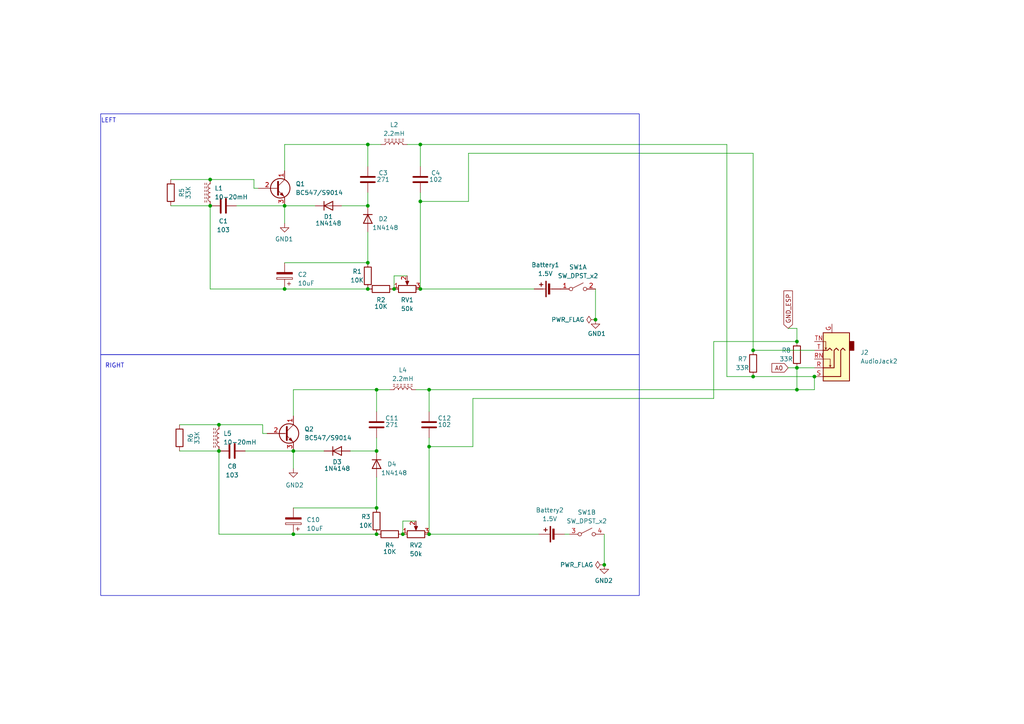
<source format=kicad_sch>
(kicad_sch
	(version 20231120)
	(generator "eeschema")
	(generator_version "8.0")
	(uuid "b6366648-9fec-4168-91d1-0e8832484c0a")
	(paper "A4")
	(lib_symbols
		(symbol "Connector:USB_C_Receptacle_PowerOnly_6P"
			(pin_names
				(offset 1.016)
			)
			(exclude_from_sim no)
			(in_bom yes)
			(on_board yes)
			(property "Reference" "J"
				(at 0 16.51 0)
				(effects
					(font
						(size 1.27 1.27)
					)
					(justify bottom)
				)
			)
			(property "Value" "USB_C_Receptacle_PowerOnly_6P"
				(at 0 13.97 0)
				(effects
					(font
						(size 1.27 1.27)
					)
					(justify bottom)
				)
			)
			(property "Footprint" ""
				(at 3.81 2.54 0)
				(effects
					(font
						(size 1.27 1.27)
					)
					(hide yes)
				)
			)
			(property "Datasheet" "https://www.usb.org/sites/default/files/documents/usb_type-c.zip"
				(at 0 0 0)
				(effects
					(font
						(size 1.27 1.27)
					)
					(hide yes)
				)
			)
			(property "Description" "USB Power-Only 6P Type-C Receptacle connector"
				(at 0 0 0)
				(effects
					(font
						(size 1.27 1.27)
					)
					(hide yes)
				)
			)
			(property "ki_keywords" "usb universal serial bus type-C power-only charging-only 6P 6C"
				(at 0 0 0)
				(effects
					(font
						(size 1.27 1.27)
					)
					(hide yes)
				)
			)
			(property "ki_fp_filters" "USB*C*Receptacle*"
				(at 0 0 0)
				(effects
					(font
						(size 1.27 1.27)
					)
					(hide yes)
				)
			)
			(symbol "USB_C_Receptacle_PowerOnly_6P_0_0"
				(rectangle
					(start -0.254 -12.7)
					(end 0.254 -11.684)
					(stroke
						(width 0)
						(type default)
					)
					(fill
						(type none)
					)
				)
				(rectangle
					(start 10.16 -7.366)
					(end 9.144 -7.874)
					(stroke
						(width 0)
						(type default)
					)
					(fill
						(type none)
					)
				)
				(rectangle
					(start 10.16 -4.826)
					(end 9.144 -5.334)
					(stroke
						(width 0)
						(type default)
					)
					(fill
						(type none)
					)
				)
				(rectangle
					(start 10.16 7.874)
					(end 9.144 7.366)
					(stroke
						(width 0)
						(type default)
					)
					(fill
						(type none)
					)
				)
			)
			(symbol "USB_C_Receptacle_PowerOnly_6P_0_1"
				(rectangle
					(start -10.16 12.7)
					(end 10.16 -12.7)
					(stroke
						(width 0.254)
						(type default)
					)
					(fill
						(type background)
					)
				)
				(arc
					(start -8.89 -1.27)
					(mid -6.985 -3.1667)
					(end -5.08 -1.27)
					(stroke
						(width 0.508)
						(type default)
					)
					(fill
						(type none)
					)
				)
				(arc
					(start -7.62 -1.27)
					(mid -6.985 -1.9023)
					(end -6.35 -1.27)
					(stroke
						(width 0.254)
						(type default)
					)
					(fill
						(type none)
					)
				)
				(arc
					(start -7.62 -1.27)
					(mid -6.985 -1.9023)
					(end -6.35 -1.27)
					(stroke
						(width 0.254)
						(type default)
					)
					(fill
						(type outline)
					)
				)
				(rectangle
					(start -7.62 -1.27)
					(end -6.35 6.35)
					(stroke
						(width 0.254)
						(type default)
					)
					(fill
						(type outline)
					)
				)
				(arc
					(start -6.35 6.35)
					(mid -6.985 6.9823)
					(end -7.62 6.35)
					(stroke
						(width 0.254)
						(type default)
					)
					(fill
						(type none)
					)
				)
				(arc
					(start -6.35 6.35)
					(mid -6.985 6.9823)
					(end -7.62 6.35)
					(stroke
						(width 0.254)
						(type default)
					)
					(fill
						(type outline)
					)
				)
				(arc
					(start -5.08 6.35)
					(mid -6.985 8.2467)
					(end -8.89 6.35)
					(stroke
						(width 0.508)
						(type default)
					)
					(fill
						(type none)
					)
				)
				(circle
					(center -2.54 3.683)
					(radius 0.635)
					(stroke
						(width 0.254)
						(type default)
					)
					(fill
						(type outline)
					)
				)
				(circle
					(center 0 -3.302)
					(radius 1.27)
					(stroke
						(width 0)
						(type default)
					)
					(fill
						(type outline)
					)
				)
				(polyline
					(pts
						(xy -8.89 -1.27) (xy -8.89 6.35)
					)
					(stroke
						(width 0.508)
						(type default)
					)
					(fill
						(type none)
					)
				)
				(polyline
					(pts
						(xy -5.08 6.35) (xy -5.08 -1.27)
					)
					(stroke
						(width 0.508)
						(type default)
					)
					(fill
						(type none)
					)
				)
				(polyline
					(pts
						(xy 0 -3.302) (xy 0 6.858)
					)
					(stroke
						(width 0.508)
						(type default)
					)
					(fill
						(type none)
					)
				)
				(polyline
					(pts
						(xy 0 -0.762) (xy -2.54 1.778) (xy -2.54 3.048)
					)
					(stroke
						(width 0.508)
						(type default)
					)
					(fill
						(type none)
					)
				)
				(polyline
					(pts
						(xy 0 0.508) (xy 2.54 3.048) (xy 2.54 4.318)
					)
					(stroke
						(width 0.508)
						(type default)
					)
					(fill
						(type none)
					)
				)
				(polyline
					(pts
						(xy -1.27 6.858) (xy 0 9.398) (xy 1.27 6.858) (xy -1.27 6.858)
					)
					(stroke
						(width 0.254)
						(type default)
					)
					(fill
						(type outline)
					)
				)
				(rectangle
					(start 1.905 4.318)
					(end 3.175 5.588)
					(stroke
						(width 0.254)
						(type default)
					)
					(fill
						(type outline)
					)
				)
			)
			(symbol "USB_C_Receptacle_PowerOnly_6P_1_1"
				(pin passive line
					(at 0 -17.78 90)
					(length 5.08)
					(name "GND"
						(effects
							(font
								(size 1.27 1.27)
							)
						)
					)
					(number "A12"
						(effects
							(font
								(size 1.27 1.27)
							)
						)
					)
				)
				(pin bidirectional line
					(at 15.24 -5.08 180)
					(length 5.08)
					(name "CC1"
						(effects
							(font
								(size 1.27 1.27)
							)
						)
					)
					(number "A5"
						(effects
							(font
								(size 1.27 1.27)
							)
						)
					)
				)
				(pin passive line
					(at 15.24 7.62 180)
					(length 5.08)
					(name "VBUS"
						(effects
							(font
								(size 1.27 1.27)
							)
						)
					)
					(number "A9"
						(effects
							(font
								(size 1.27 1.27)
							)
						)
					)
				)
				(pin passive line
					(at 0 -17.78 90)
					(length 5.08) hide
					(name "GND"
						(effects
							(font
								(size 1.27 1.27)
							)
						)
					)
					(number "B12"
						(effects
							(font
								(size 1.27 1.27)
							)
						)
					)
				)
				(pin bidirectional line
					(at 15.24 -7.62 180)
					(length 5.08)
					(name "CC2"
						(effects
							(font
								(size 1.27 1.27)
							)
						)
					)
					(number "B5"
						(effects
							(font
								(size 1.27 1.27)
							)
						)
					)
				)
				(pin passive line
					(at 15.24 7.62 180)
					(length 5.08) hide
					(name "VBUS"
						(effects
							(font
								(size 1.27 1.27)
							)
						)
					)
					(number "B9"
						(effects
							(font
								(size 1.27 1.27)
							)
						)
					)
				)
				(pin passive line
					(at -7.62 -17.78 90)
					(length 5.08)
					(name "SHIELD"
						(effects
							(font
								(size 1.27 1.27)
							)
						)
					)
					(number "S1"
						(effects
							(font
								(size 1.27 1.27)
							)
						)
					)
				)
			)
		)
		(symbol "Connector_Audio:AudioJack3_Ground_SwitchTR"
			(exclude_from_sim no)
			(in_bom yes)
			(on_board yes)
			(property "Reference" "J"
				(at 0 8.89 0)
				(effects
					(font
						(size 1.27 1.27)
					)
				)
			)
			(property "Value" "AudioJack3_Ground_SwitchTR"
				(at 0 6.35 0)
				(effects
					(font
						(size 1.27 1.27)
					)
				)
			)
			(property "Footprint" ""
				(at 0 0 0)
				(effects
					(font
						(size 1.27 1.27)
					)
					(hide yes)
				)
			)
			(property "Datasheet" "~"
				(at 0 0 0)
				(effects
					(font
						(size 1.27 1.27)
					)
					(hide yes)
				)
			)
			(property "Description" "Audio Jack, 3 Poles (Stereo / TRS), Grounded Sleeve, Switched TR Poles (Normalling)"
				(at 0 0 0)
				(effects
					(font
						(size 1.27 1.27)
					)
					(hide yes)
				)
			)
			(property "ki_keywords" "audio jack receptacle stereo headphones phones TRS connector"
				(at 0 0 0)
				(effects
					(font
						(size 1.27 1.27)
					)
					(hide yes)
				)
			)
			(property "ki_fp_filters" "Jack*"
				(at 0 0 0)
				(effects
					(font
						(size 1.27 1.27)
					)
					(hide yes)
				)
			)
			(symbol "AudioJack3_Ground_SwitchTR_0_1"
				(rectangle
					(start -5.08 -5.08)
					(end -6.35 -7.62)
					(stroke
						(width 0.254)
						(type default)
					)
					(fill
						(type outline)
					)
				)
				(polyline
					(pts
						(xy 0.508 -0.254) (xy 0.762 -0.762)
					)
					(stroke
						(width 0)
						(type default)
					)
					(fill
						(type none)
					)
				)
				(polyline
					(pts
						(xy 1.778 -5.334) (xy 2.032 -5.842)
					)
					(stroke
						(width 0)
						(type default)
					)
					(fill
						(type none)
					)
				)
				(polyline
					(pts
						(xy 0 -5.08) (xy 0.635 -5.715) (xy 1.27 -5.08) (xy 2.54 -5.08)
					)
					(stroke
						(width 0.254)
						(type default)
					)
					(fill
						(type none)
					)
				)
				(polyline
					(pts
						(xy 2.54 -7.62) (xy 1.778 -7.62) (xy 1.778 -5.334) (xy 1.524 -5.842)
					)
					(stroke
						(width 0)
						(type default)
					)
					(fill
						(type none)
					)
				)
				(polyline
					(pts
						(xy 2.54 -2.54) (xy 0.508 -2.54) (xy 0.508 -0.254) (xy 0.254 -0.762)
					)
					(stroke
						(width 0)
						(type default)
					)
					(fill
						(type none)
					)
				)
				(polyline
					(pts
						(xy -1.905 -5.08) (xy -1.27 -5.715) (xy -0.635 -5.08) (xy -0.635 0) (xy 2.54 0)
					)
					(stroke
						(width 0.254)
						(type default)
					)
					(fill
						(type none)
					)
				)
				(polyline
					(pts
						(xy 2.54 2.54) (xy -2.54 2.54) (xy -2.54 -5.08) (xy -3.175 -5.715) (xy -3.81 -5.08)
					)
					(stroke
						(width 0.254)
						(type default)
					)
					(fill
						(type none)
					)
				)
				(rectangle
					(start 2.54 3.81)
					(end -5.08 -10.16)
					(stroke
						(width 0.254)
						(type default)
					)
					(fill
						(type background)
					)
				)
			)
			(symbol "AudioJack3_Ground_SwitchTR_1_1"
				(pin passive line
					(at 0 -12.7 90)
					(length 2.54)
					(name "~"
						(effects
							(font
								(size 1.27 1.27)
							)
						)
					)
					(number "G"
						(effects
							(font
								(size 1.27 1.27)
							)
						)
					)
				)
				(pin passive line
					(at 5.08 0 180)
					(length 2.54)
					(name "~"
						(effects
							(font
								(size 1.27 1.27)
							)
						)
					)
					(number "R"
						(effects
							(font
								(size 1.27 1.27)
							)
						)
					)
				)
				(pin passive line
					(at 5.08 -2.54 180)
					(length 2.54)
					(name "~"
						(effects
							(font
								(size 1.27 1.27)
							)
						)
					)
					(number "RN"
						(effects
							(font
								(size 1.27 1.27)
							)
						)
					)
				)
				(pin passive line
					(at 5.08 2.54 180)
					(length 2.54)
					(name "~"
						(effects
							(font
								(size 1.27 1.27)
							)
						)
					)
					(number "S"
						(effects
							(font
								(size 1.27 1.27)
							)
						)
					)
				)
				(pin passive line
					(at 5.08 -5.08 180)
					(length 2.54)
					(name "~"
						(effects
							(font
								(size 1.27 1.27)
							)
						)
					)
					(number "T"
						(effects
							(font
								(size 1.27 1.27)
							)
						)
					)
				)
				(pin passive line
					(at 5.08 -7.62 180)
					(length 2.54)
					(name "~"
						(effects
							(font
								(size 1.27 1.27)
							)
						)
					)
					(number "TN"
						(effects
							(font
								(size 1.27 1.27)
							)
						)
					)
				)
			)
		)
		(symbol "Device:Battery_Cell"
			(pin_numbers hide)
			(pin_names
				(offset 0) hide)
			(exclude_from_sim no)
			(in_bom yes)
			(on_board yes)
			(property "Reference" "BT"
				(at 2.54 2.54 0)
				(effects
					(font
						(size 1.27 1.27)
					)
					(justify left)
				)
			)
			(property "Value" "Battery_Cell"
				(at 2.54 0 0)
				(effects
					(font
						(size 1.27 1.27)
					)
					(justify left)
				)
			)
			(property "Footprint" ""
				(at 0 1.524 90)
				(effects
					(font
						(size 1.27 1.27)
					)
					(hide yes)
				)
			)
			(property "Datasheet" "~"
				(at 0 1.524 90)
				(effects
					(font
						(size 1.27 1.27)
					)
					(hide yes)
				)
			)
			(property "Description" "Single-cell battery"
				(at 0 0 0)
				(effects
					(font
						(size 1.27 1.27)
					)
					(hide yes)
				)
			)
			(property "ki_keywords" "battery cell"
				(at 0 0 0)
				(effects
					(font
						(size 1.27 1.27)
					)
					(hide yes)
				)
			)
			(symbol "Battery_Cell_0_1"
				(rectangle
					(start -2.286 1.778)
					(end 2.286 1.524)
					(stroke
						(width 0)
						(type default)
					)
					(fill
						(type outline)
					)
				)
				(rectangle
					(start -1.524 1.016)
					(end 1.524 0.508)
					(stroke
						(width 0)
						(type default)
					)
					(fill
						(type outline)
					)
				)
				(polyline
					(pts
						(xy 0 0.762) (xy 0 0)
					)
					(stroke
						(width 0)
						(type default)
					)
					(fill
						(type none)
					)
				)
				(polyline
					(pts
						(xy 0 1.778) (xy 0 2.54)
					)
					(stroke
						(width 0)
						(type default)
					)
					(fill
						(type none)
					)
				)
				(polyline
					(pts
						(xy 0.762 3.048) (xy 1.778 3.048)
					)
					(stroke
						(width 0.254)
						(type default)
					)
					(fill
						(type none)
					)
				)
				(polyline
					(pts
						(xy 1.27 3.556) (xy 1.27 2.54)
					)
					(stroke
						(width 0.254)
						(type default)
					)
					(fill
						(type none)
					)
				)
			)
			(symbol "Battery_Cell_1_1"
				(pin passive line
					(at 0 5.08 270)
					(length 2.54)
					(name "+"
						(effects
							(font
								(size 1.27 1.27)
							)
						)
					)
					(number "1"
						(effects
							(font
								(size 1.27 1.27)
							)
						)
					)
				)
				(pin passive line
					(at 0 -2.54 90)
					(length 2.54)
					(name "-"
						(effects
							(font
								(size 1.27 1.27)
							)
						)
					)
					(number "2"
						(effects
							(font
								(size 1.27 1.27)
							)
						)
					)
				)
			)
		)
		(symbol "Device:C"
			(pin_numbers hide)
			(pin_names
				(offset 0.254)
			)
			(exclude_from_sim no)
			(in_bom yes)
			(on_board yes)
			(property "Reference" "C"
				(at 0.635 2.54 0)
				(effects
					(font
						(size 1.27 1.27)
					)
					(justify left)
				)
			)
			(property "Value" "C"
				(at 0.635 -2.54 0)
				(effects
					(font
						(size 1.27 1.27)
					)
					(justify left)
				)
			)
			(property "Footprint" ""
				(at 0.9652 -3.81 0)
				(effects
					(font
						(size 1.27 1.27)
					)
					(hide yes)
				)
			)
			(property "Datasheet" "~"
				(at 0 0 0)
				(effects
					(font
						(size 1.27 1.27)
					)
					(hide yes)
				)
			)
			(property "Description" "Unpolarized capacitor"
				(at 0 0 0)
				(effects
					(font
						(size 1.27 1.27)
					)
					(hide yes)
				)
			)
			(property "ki_keywords" "cap capacitor"
				(at 0 0 0)
				(effects
					(font
						(size 1.27 1.27)
					)
					(hide yes)
				)
			)
			(property "ki_fp_filters" "C_*"
				(at 0 0 0)
				(effects
					(font
						(size 1.27 1.27)
					)
					(hide yes)
				)
			)
			(symbol "C_0_1"
				(polyline
					(pts
						(xy -2.032 -0.762) (xy 2.032 -0.762)
					)
					(stroke
						(width 0.508)
						(type default)
					)
					(fill
						(type none)
					)
				)
				(polyline
					(pts
						(xy -2.032 0.762) (xy 2.032 0.762)
					)
					(stroke
						(width 0.508)
						(type default)
					)
					(fill
						(type none)
					)
				)
			)
			(symbol "C_1_1"
				(pin passive line
					(at 0 3.81 270)
					(length 2.794)
					(name "~"
						(effects
							(font
								(size 1.27 1.27)
							)
						)
					)
					(number "1"
						(effects
							(font
								(size 1.27 1.27)
							)
						)
					)
				)
				(pin passive line
					(at 0 -3.81 90)
					(length 2.794)
					(name "~"
						(effects
							(font
								(size 1.27 1.27)
							)
						)
					)
					(number "2"
						(effects
							(font
								(size 1.27 1.27)
							)
						)
					)
				)
			)
		)
		(symbol "Device:C_Polarized"
			(pin_numbers hide)
			(pin_names
				(offset 0.254)
			)
			(exclude_from_sim no)
			(in_bom yes)
			(on_board yes)
			(property "Reference" "C"
				(at 0.635 2.54 0)
				(effects
					(font
						(size 1.27 1.27)
					)
					(justify left)
				)
			)
			(property "Value" "C_Polarized"
				(at 0.635 -2.54 0)
				(effects
					(font
						(size 1.27 1.27)
					)
					(justify left)
				)
			)
			(property "Footprint" ""
				(at 0.9652 -3.81 0)
				(effects
					(font
						(size 1.27 1.27)
					)
					(hide yes)
				)
			)
			(property "Datasheet" "~"
				(at 0 0 0)
				(effects
					(font
						(size 1.27 1.27)
					)
					(hide yes)
				)
			)
			(property "Description" "Polarized capacitor"
				(at 0 0 0)
				(effects
					(font
						(size 1.27 1.27)
					)
					(hide yes)
				)
			)
			(property "ki_keywords" "cap capacitor"
				(at 0 0 0)
				(effects
					(font
						(size 1.27 1.27)
					)
					(hide yes)
				)
			)
			(property "ki_fp_filters" "CP_*"
				(at 0 0 0)
				(effects
					(font
						(size 1.27 1.27)
					)
					(hide yes)
				)
			)
			(symbol "C_Polarized_0_1"
				(rectangle
					(start -2.286 0.508)
					(end 2.286 1.016)
					(stroke
						(width 0)
						(type default)
					)
					(fill
						(type none)
					)
				)
				(polyline
					(pts
						(xy -1.778 2.286) (xy -0.762 2.286)
					)
					(stroke
						(width 0)
						(type default)
					)
					(fill
						(type none)
					)
				)
				(polyline
					(pts
						(xy -1.27 2.794) (xy -1.27 1.778)
					)
					(stroke
						(width 0)
						(type default)
					)
					(fill
						(type none)
					)
				)
				(rectangle
					(start 2.286 -0.508)
					(end -2.286 -1.016)
					(stroke
						(width 0)
						(type default)
					)
					(fill
						(type outline)
					)
				)
			)
			(symbol "C_Polarized_1_1"
				(pin passive line
					(at 0 3.81 270)
					(length 2.794)
					(name "~"
						(effects
							(font
								(size 1.27 1.27)
							)
						)
					)
					(number "1"
						(effects
							(font
								(size 1.27 1.27)
							)
						)
					)
				)
				(pin passive line
					(at 0 -3.81 90)
					(length 2.794)
					(name "~"
						(effects
							(font
								(size 1.27 1.27)
							)
						)
					)
					(number "2"
						(effects
							(font
								(size 1.27 1.27)
							)
						)
					)
				)
			)
		)
		(symbol "Device:LED"
			(pin_numbers hide)
			(pin_names
				(offset 1.016) hide)
			(exclude_from_sim no)
			(in_bom yes)
			(on_board yes)
			(property "Reference" "D"
				(at 0 2.54 0)
				(effects
					(font
						(size 1.27 1.27)
					)
				)
			)
			(property "Value" "LED"
				(at 0 -2.54 0)
				(effects
					(font
						(size 1.27 1.27)
					)
				)
			)
			(property "Footprint" ""
				(at 0 0 0)
				(effects
					(font
						(size 1.27 1.27)
					)
					(hide yes)
				)
			)
			(property "Datasheet" "~"
				(at 0 0 0)
				(effects
					(font
						(size 1.27 1.27)
					)
					(hide yes)
				)
			)
			(property "Description" "Light emitting diode"
				(at 0 0 0)
				(effects
					(font
						(size 1.27 1.27)
					)
					(hide yes)
				)
			)
			(property "ki_keywords" "LED diode"
				(at 0 0 0)
				(effects
					(font
						(size 1.27 1.27)
					)
					(hide yes)
				)
			)
			(property "ki_fp_filters" "LED* LED_SMD:* LED_THT:*"
				(at 0 0 0)
				(effects
					(font
						(size 1.27 1.27)
					)
					(hide yes)
				)
			)
			(symbol "LED_0_1"
				(polyline
					(pts
						(xy -1.27 -1.27) (xy -1.27 1.27)
					)
					(stroke
						(width 0.254)
						(type default)
					)
					(fill
						(type none)
					)
				)
				(polyline
					(pts
						(xy -1.27 0) (xy 1.27 0)
					)
					(stroke
						(width 0)
						(type default)
					)
					(fill
						(type none)
					)
				)
				(polyline
					(pts
						(xy 1.27 -1.27) (xy 1.27 1.27) (xy -1.27 0) (xy 1.27 -1.27)
					)
					(stroke
						(width 0.254)
						(type default)
					)
					(fill
						(type none)
					)
				)
				(polyline
					(pts
						(xy -3.048 -0.762) (xy -4.572 -2.286) (xy -3.81 -2.286) (xy -4.572 -2.286) (xy -4.572 -1.524)
					)
					(stroke
						(width 0)
						(type default)
					)
					(fill
						(type none)
					)
				)
				(polyline
					(pts
						(xy -1.778 -0.762) (xy -3.302 -2.286) (xy -2.54 -2.286) (xy -3.302 -2.286) (xy -3.302 -1.524)
					)
					(stroke
						(width 0)
						(type default)
					)
					(fill
						(type none)
					)
				)
			)
			(symbol "LED_1_1"
				(pin passive line
					(at -3.81 0 0)
					(length 2.54)
					(name "K"
						(effects
							(font
								(size 1.27 1.27)
							)
						)
					)
					(number "1"
						(effects
							(font
								(size 1.27 1.27)
							)
						)
					)
				)
				(pin passive line
					(at 3.81 0 180)
					(length 2.54)
					(name "A"
						(effects
							(font
								(size 1.27 1.27)
							)
						)
					)
					(number "2"
						(effects
							(font
								(size 1.27 1.27)
							)
						)
					)
				)
			)
		)
		(symbol "Device:L_Ferrite"
			(pin_numbers hide)
			(pin_names
				(offset 1.016) hide)
			(exclude_from_sim no)
			(in_bom yes)
			(on_board yes)
			(property "Reference" "L"
				(at -1.27 0 90)
				(effects
					(font
						(size 1.27 1.27)
					)
				)
			)
			(property "Value" "L_Ferrite"
				(at 2.794 0 90)
				(effects
					(font
						(size 1.27 1.27)
					)
				)
			)
			(property "Footprint" ""
				(at 0 0 0)
				(effects
					(font
						(size 1.27 1.27)
					)
					(hide yes)
				)
			)
			(property "Datasheet" "~"
				(at 0 0 0)
				(effects
					(font
						(size 1.27 1.27)
					)
					(hide yes)
				)
			)
			(property "Description" "Inductor with ferrite core"
				(at 0 0 0)
				(effects
					(font
						(size 1.27 1.27)
					)
					(hide yes)
				)
			)
			(property "ki_keywords" "inductor choke coil reactor magnetic"
				(at 0 0 0)
				(effects
					(font
						(size 1.27 1.27)
					)
					(hide yes)
				)
			)
			(property "ki_fp_filters" "Choke_* *Coil* Inductor_* L_*"
				(at 0 0 0)
				(effects
					(font
						(size 1.27 1.27)
					)
					(hide yes)
				)
			)
			(symbol "L_Ferrite_0_1"
				(arc
					(start 0 -2.54)
					(mid 0.6323 -1.905)
					(end 0 -1.27)
					(stroke
						(width 0)
						(type default)
					)
					(fill
						(type none)
					)
				)
				(arc
					(start 0 -1.27)
					(mid 0.6323 -0.635)
					(end 0 0)
					(stroke
						(width 0)
						(type default)
					)
					(fill
						(type none)
					)
				)
				(polyline
					(pts
						(xy 1.016 -2.794) (xy 1.016 -2.286)
					)
					(stroke
						(width 0)
						(type default)
					)
					(fill
						(type none)
					)
				)
				(polyline
					(pts
						(xy 1.016 -1.778) (xy 1.016 -1.27)
					)
					(stroke
						(width 0)
						(type default)
					)
					(fill
						(type none)
					)
				)
				(polyline
					(pts
						(xy 1.016 -0.762) (xy 1.016 -0.254)
					)
					(stroke
						(width 0)
						(type default)
					)
					(fill
						(type none)
					)
				)
				(polyline
					(pts
						(xy 1.016 0.254) (xy 1.016 0.762)
					)
					(stroke
						(width 0)
						(type default)
					)
					(fill
						(type none)
					)
				)
				(polyline
					(pts
						(xy 1.016 1.27) (xy 1.016 1.778)
					)
					(stroke
						(width 0)
						(type default)
					)
					(fill
						(type none)
					)
				)
				(polyline
					(pts
						(xy 1.016 2.286) (xy 1.016 2.794)
					)
					(stroke
						(width 0)
						(type default)
					)
					(fill
						(type none)
					)
				)
				(polyline
					(pts
						(xy 1.524 -2.286) (xy 1.524 -2.794)
					)
					(stroke
						(width 0)
						(type default)
					)
					(fill
						(type none)
					)
				)
				(polyline
					(pts
						(xy 1.524 -1.27) (xy 1.524 -1.778)
					)
					(stroke
						(width 0)
						(type default)
					)
					(fill
						(type none)
					)
				)
				(polyline
					(pts
						(xy 1.524 -0.254) (xy 1.524 -0.762)
					)
					(stroke
						(width 0)
						(type default)
					)
					(fill
						(type none)
					)
				)
				(polyline
					(pts
						(xy 1.524 0.762) (xy 1.524 0.254)
					)
					(stroke
						(width 0)
						(type default)
					)
					(fill
						(type none)
					)
				)
				(polyline
					(pts
						(xy 1.524 1.778) (xy 1.524 1.27)
					)
					(stroke
						(width 0)
						(type default)
					)
					(fill
						(type none)
					)
				)
				(polyline
					(pts
						(xy 1.524 2.794) (xy 1.524 2.286)
					)
					(stroke
						(width 0)
						(type default)
					)
					(fill
						(type none)
					)
				)
				(arc
					(start 0 0)
					(mid 0.6323 0.635)
					(end 0 1.27)
					(stroke
						(width 0)
						(type default)
					)
					(fill
						(type none)
					)
				)
				(arc
					(start 0 1.27)
					(mid 0.6323 1.905)
					(end 0 2.54)
					(stroke
						(width 0)
						(type default)
					)
					(fill
						(type none)
					)
				)
			)
			(symbol "L_Ferrite_1_1"
				(pin passive line
					(at 0 3.81 270)
					(length 1.27)
					(name "1"
						(effects
							(font
								(size 1.27 1.27)
							)
						)
					)
					(number "1"
						(effects
							(font
								(size 1.27 1.27)
							)
						)
					)
				)
				(pin passive line
					(at 0 -3.81 90)
					(length 1.27)
					(name "2"
						(effects
							(font
								(size 1.27 1.27)
							)
						)
					)
					(number "2"
						(effects
							(font
								(size 1.27 1.27)
							)
						)
					)
				)
			)
		)
		(symbol "Device:R"
			(pin_numbers hide)
			(pin_names
				(offset 0)
			)
			(exclude_from_sim no)
			(in_bom yes)
			(on_board yes)
			(property "Reference" "R"
				(at 2.032 0 90)
				(effects
					(font
						(size 1.27 1.27)
					)
				)
			)
			(property "Value" "R"
				(at 0 0 90)
				(effects
					(font
						(size 1.27 1.27)
					)
				)
			)
			(property "Footprint" ""
				(at -1.778 0 90)
				(effects
					(font
						(size 1.27 1.27)
					)
					(hide yes)
				)
			)
			(property "Datasheet" "~"
				(at 0 0 0)
				(effects
					(font
						(size 1.27 1.27)
					)
					(hide yes)
				)
			)
			(property "Description" "Resistor"
				(at 0 0 0)
				(effects
					(font
						(size 1.27 1.27)
					)
					(hide yes)
				)
			)
			(property "ki_keywords" "R res resistor"
				(at 0 0 0)
				(effects
					(font
						(size 1.27 1.27)
					)
					(hide yes)
				)
			)
			(property "ki_fp_filters" "R_*"
				(at 0 0 0)
				(effects
					(font
						(size 1.27 1.27)
					)
					(hide yes)
				)
			)
			(symbol "R_0_1"
				(rectangle
					(start -1.016 -2.54)
					(end 1.016 2.54)
					(stroke
						(width 0.254)
						(type default)
					)
					(fill
						(type none)
					)
				)
			)
			(symbol "R_1_1"
				(pin passive line
					(at 0 3.81 270)
					(length 1.27)
					(name "~"
						(effects
							(font
								(size 1.27 1.27)
							)
						)
					)
					(number "1"
						(effects
							(font
								(size 1.27 1.27)
							)
						)
					)
				)
				(pin passive line
					(at 0 -3.81 90)
					(length 1.27)
					(name "~"
						(effects
							(font
								(size 1.27 1.27)
							)
						)
					)
					(number "2"
						(effects
							(font
								(size 1.27 1.27)
							)
						)
					)
				)
			)
		)
		(symbol "Device:R_Potentiometer"
			(pin_names
				(offset 1.016) hide)
			(exclude_from_sim no)
			(in_bom yes)
			(on_board yes)
			(property "Reference" "RV"
				(at -4.445 0 90)
				(effects
					(font
						(size 1.27 1.27)
					)
				)
			)
			(property "Value" "R_Potentiometer"
				(at -2.54 0 90)
				(effects
					(font
						(size 1.27 1.27)
					)
				)
			)
			(property "Footprint" ""
				(at 0 0 0)
				(effects
					(font
						(size 1.27 1.27)
					)
					(hide yes)
				)
			)
			(property "Datasheet" "~"
				(at 0 0 0)
				(effects
					(font
						(size 1.27 1.27)
					)
					(hide yes)
				)
			)
			(property "Description" "Potentiometer"
				(at 0 0 0)
				(effects
					(font
						(size 1.27 1.27)
					)
					(hide yes)
				)
			)
			(property "ki_keywords" "resistor variable"
				(at 0 0 0)
				(effects
					(font
						(size 1.27 1.27)
					)
					(hide yes)
				)
			)
			(property "ki_fp_filters" "Potentiometer*"
				(at 0 0 0)
				(effects
					(font
						(size 1.27 1.27)
					)
					(hide yes)
				)
			)
			(symbol "R_Potentiometer_0_1"
				(polyline
					(pts
						(xy 2.54 0) (xy 1.524 0)
					)
					(stroke
						(width 0)
						(type default)
					)
					(fill
						(type none)
					)
				)
				(polyline
					(pts
						(xy 1.143 0) (xy 2.286 0.508) (xy 2.286 -0.508) (xy 1.143 0)
					)
					(stroke
						(width 0)
						(type default)
					)
					(fill
						(type outline)
					)
				)
				(rectangle
					(start 1.016 2.54)
					(end -1.016 -2.54)
					(stroke
						(width 0.254)
						(type default)
					)
					(fill
						(type none)
					)
				)
			)
			(symbol "R_Potentiometer_1_1"
				(pin passive line
					(at 0 3.81 270)
					(length 1.27)
					(name "1"
						(effects
							(font
								(size 1.27 1.27)
							)
						)
					)
					(number "1"
						(effects
							(font
								(size 1.27 1.27)
							)
						)
					)
				)
				(pin passive line
					(at 3.81 0 180)
					(length 1.27)
					(name "2"
						(effects
							(font
								(size 1.27 1.27)
							)
						)
					)
					(number "2"
						(effects
							(font
								(size 1.27 1.27)
							)
						)
					)
				)
				(pin passive line
					(at 0 -3.81 90)
					(length 1.27)
					(name "3"
						(effects
							(font
								(size 1.27 1.27)
							)
						)
					)
					(number "3"
						(effects
							(font
								(size 1.27 1.27)
							)
						)
					)
				)
			)
		)
		(symbol "Diode:1N4148"
			(pin_numbers hide)
			(pin_names hide)
			(exclude_from_sim no)
			(in_bom yes)
			(on_board yes)
			(property "Reference" "D"
				(at 0 2.54 0)
				(effects
					(font
						(size 1.27 1.27)
					)
				)
			)
			(property "Value" "1N4148"
				(at 0 -2.54 0)
				(effects
					(font
						(size 1.27 1.27)
					)
				)
			)
			(property "Footprint" "Diode_THT:D_DO-35_SOD27_P7.62mm_Horizontal"
				(at 0 0 0)
				(effects
					(font
						(size 1.27 1.27)
					)
					(hide yes)
				)
			)
			(property "Datasheet" "https://assets.nexperia.com/documents/data-sheet/1N4148_1N4448.pdf"
				(at 0 0 0)
				(effects
					(font
						(size 1.27 1.27)
					)
					(hide yes)
				)
			)
			(property "Description" "100V 0.15A standard switching diode, DO-35"
				(at 0 0 0)
				(effects
					(font
						(size 1.27 1.27)
					)
					(hide yes)
				)
			)
			(property "Sim.Device" "D"
				(at 0 0 0)
				(effects
					(font
						(size 1.27 1.27)
					)
					(hide yes)
				)
			)
			(property "Sim.Pins" "1=K 2=A"
				(at 0 0 0)
				(effects
					(font
						(size 1.27 1.27)
					)
					(hide yes)
				)
			)
			(property "ki_keywords" "diode"
				(at 0 0 0)
				(effects
					(font
						(size 1.27 1.27)
					)
					(hide yes)
				)
			)
			(property "ki_fp_filters" "D*DO?35*"
				(at 0 0 0)
				(effects
					(font
						(size 1.27 1.27)
					)
					(hide yes)
				)
			)
			(symbol "1N4148_0_1"
				(polyline
					(pts
						(xy -1.27 1.27) (xy -1.27 -1.27)
					)
					(stroke
						(width 0.254)
						(type default)
					)
					(fill
						(type none)
					)
				)
				(polyline
					(pts
						(xy 1.27 0) (xy -1.27 0)
					)
					(stroke
						(width 0)
						(type default)
					)
					(fill
						(type none)
					)
				)
				(polyline
					(pts
						(xy 1.27 1.27) (xy 1.27 -1.27) (xy -1.27 0) (xy 1.27 1.27)
					)
					(stroke
						(width 0.254)
						(type default)
					)
					(fill
						(type none)
					)
				)
			)
			(symbol "1N4148_1_1"
				(pin passive line
					(at -3.81 0 0)
					(length 2.54)
					(name "K"
						(effects
							(font
								(size 1.27 1.27)
							)
						)
					)
					(number "1"
						(effects
							(font
								(size 1.27 1.27)
							)
						)
					)
				)
				(pin passive line
					(at 3.81 0 180)
					(length 2.54)
					(name "A"
						(effects
							(font
								(size 1.27 1.27)
							)
						)
					)
					(number "2"
						(effects
							(font
								(size 1.27 1.27)
							)
						)
					)
				)
			)
		)
		(symbol "RF_Module:ESP-12F"
			(exclude_from_sim no)
			(in_bom yes)
			(on_board yes)
			(property "Reference" "U"
				(at -12.7 19.05 0)
				(effects
					(font
						(size 1.27 1.27)
					)
					(justify left)
				)
			)
			(property "Value" "ESP-12F"
				(at 12.7 19.05 0)
				(effects
					(font
						(size 1.27 1.27)
					)
					(justify right)
				)
			)
			(property "Footprint" "RF_Module:ESP-12E"
				(at 0 0 0)
				(effects
					(font
						(size 1.27 1.27)
					)
					(hide yes)
				)
			)
			(property "Datasheet" "http://wiki.ai-thinker.com/_media/esp8266/esp8266_series_modules_user_manual_v1.1.pdf"
				(at -8.89 2.54 0)
				(effects
					(font
						(size 1.27 1.27)
					)
					(hide yes)
				)
			)
			(property "Description" "802.11 b/g/n Wi-Fi Module"
				(at 0 0 0)
				(effects
					(font
						(size 1.27 1.27)
					)
					(hide yes)
				)
			)
			(property "ki_keywords" "802.11 Wi-Fi"
				(at 0 0 0)
				(effects
					(font
						(size 1.27 1.27)
					)
					(hide yes)
				)
			)
			(property "ki_fp_filters" "ESP?12*"
				(at 0 0 0)
				(effects
					(font
						(size 1.27 1.27)
					)
					(hide yes)
				)
			)
			(symbol "ESP-12F_0_1"
				(rectangle
					(start -12.7 17.78)
					(end 12.7 -15.24)
					(stroke
						(width 0.254)
						(type default)
					)
					(fill
						(type background)
					)
				)
			)
			(symbol "ESP-12F_1_1"
				(pin input line
					(at -15.24 15.24 0)
					(length 2.54)
					(name "~{RST}"
						(effects
							(font
								(size 1.27 1.27)
							)
						)
					)
					(number "1"
						(effects
							(font
								(size 1.27 1.27)
							)
						)
					)
				)
				(pin bidirectional line
					(at -15.24 -2.54 0)
					(length 2.54)
					(name "MISO"
						(effects
							(font
								(size 1.27 1.27)
							)
						)
					)
					(number "10"
						(effects
							(font
								(size 1.27 1.27)
							)
						)
					)
				)
				(pin bidirectional line
					(at -15.24 -5.08 0)
					(length 2.54)
					(name "GPIO9"
						(effects
							(font
								(size 1.27 1.27)
							)
						)
					)
					(number "11"
						(effects
							(font
								(size 1.27 1.27)
							)
						)
					)
				)
				(pin bidirectional line
					(at -15.24 -7.62 0)
					(length 2.54)
					(name "GPIO10"
						(effects
							(font
								(size 1.27 1.27)
							)
						)
					)
					(number "12"
						(effects
							(font
								(size 1.27 1.27)
							)
						)
					)
				)
				(pin bidirectional line
					(at -15.24 -10.16 0)
					(length 2.54)
					(name "MOSI"
						(effects
							(font
								(size 1.27 1.27)
							)
						)
					)
					(number "13"
						(effects
							(font
								(size 1.27 1.27)
							)
						)
					)
				)
				(pin bidirectional line
					(at -15.24 -12.7 0)
					(length 2.54)
					(name "SCLK"
						(effects
							(font
								(size 1.27 1.27)
							)
						)
					)
					(number "14"
						(effects
							(font
								(size 1.27 1.27)
							)
						)
					)
				)
				(pin power_in line
					(at 0 -17.78 90)
					(length 2.54)
					(name "GND"
						(effects
							(font
								(size 1.27 1.27)
							)
						)
					)
					(number "15"
						(effects
							(font
								(size 1.27 1.27)
							)
						)
					)
				)
				(pin bidirectional line
					(at 15.24 -7.62 180)
					(length 2.54)
					(name "GPIO15"
						(effects
							(font
								(size 1.27 1.27)
							)
						)
					)
					(number "16"
						(effects
							(font
								(size 1.27 1.27)
							)
						)
					)
				)
				(pin bidirectional line
					(at 15.24 10.16 180)
					(length 2.54)
					(name "GPIO2"
						(effects
							(font
								(size 1.27 1.27)
							)
						)
					)
					(number "17"
						(effects
							(font
								(size 1.27 1.27)
							)
						)
					)
				)
				(pin bidirectional line
					(at 15.24 15.24 180)
					(length 2.54)
					(name "GPIO0"
						(effects
							(font
								(size 1.27 1.27)
							)
						)
					)
					(number "18"
						(effects
							(font
								(size 1.27 1.27)
							)
						)
					)
				)
				(pin bidirectional line
					(at 15.24 5.08 180)
					(length 2.54)
					(name "GPIO4"
						(effects
							(font
								(size 1.27 1.27)
							)
						)
					)
					(number "19"
						(effects
							(font
								(size 1.27 1.27)
							)
						)
					)
				)
				(pin input line
					(at -15.24 5.08 0)
					(length 2.54)
					(name "ADC"
						(effects
							(font
								(size 1.27 1.27)
							)
						)
					)
					(number "2"
						(effects
							(font
								(size 1.27 1.27)
							)
						)
					)
				)
				(pin bidirectional line
					(at 15.24 2.54 180)
					(length 2.54)
					(name "GPIO5"
						(effects
							(font
								(size 1.27 1.27)
							)
						)
					)
					(number "20"
						(effects
							(font
								(size 1.27 1.27)
							)
						)
					)
				)
				(pin bidirectional line
					(at 15.24 7.62 180)
					(length 2.54)
					(name "GPIO3/RXD"
						(effects
							(font
								(size 1.27 1.27)
							)
						)
					)
					(number "21"
						(effects
							(font
								(size 1.27 1.27)
							)
						)
					)
				)
				(pin bidirectional line
					(at 15.24 12.7 180)
					(length 2.54)
					(name "GPIO1/TXD"
						(effects
							(font
								(size 1.27 1.27)
							)
						)
					)
					(number "22"
						(effects
							(font
								(size 1.27 1.27)
							)
						)
					)
				)
				(pin input line
					(at -15.24 10.16 0)
					(length 2.54)
					(name "EN"
						(effects
							(font
								(size 1.27 1.27)
							)
						)
					)
					(number "3"
						(effects
							(font
								(size 1.27 1.27)
							)
						)
					)
				)
				(pin bidirectional line
					(at 15.24 -10.16 180)
					(length 2.54)
					(name "GPIO16"
						(effects
							(font
								(size 1.27 1.27)
							)
						)
					)
					(number "4"
						(effects
							(font
								(size 1.27 1.27)
							)
						)
					)
				)
				(pin bidirectional line
					(at 15.24 -5.08 180)
					(length 2.54)
					(name "GPIO14"
						(effects
							(font
								(size 1.27 1.27)
							)
						)
					)
					(number "5"
						(effects
							(font
								(size 1.27 1.27)
							)
						)
					)
				)
				(pin bidirectional line
					(at 15.24 0 180)
					(length 2.54)
					(name "GPIO12"
						(effects
							(font
								(size 1.27 1.27)
							)
						)
					)
					(number "6"
						(effects
							(font
								(size 1.27 1.27)
							)
						)
					)
				)
				(pin bidirectional line
					(at 15.24 -2.54 180)
					(length 2.54)
					(name "GPIO13"
						(effects
							(font
								(size 1.27 1.27)
							)
						)
					)
					(number "7"
						(effects
							(font
								(size 1.27 1.27)
							)
						)
					)
				)
				(pin power_in line
					(at 0 20.32 270)
					(length 2.54)
					(name "VCC"
						(effects
							(font
								(size 1.27 1.27)
							)
						)
					)
					(number "8"
						(effects
							(font
								(size 1.27 1.27)
							)
						)
					)
				)
				(pin input line
					(at -15.24 0 0)
					(length 2.54)
					(name "CS0"
						(effects
							(font
								(size 1.27 1.27)
							)
						)
					)
					(number "9"
						(effects
							(font
								(size 1.27 1.27)
							)
						)
					)
				)
			)
		)
		(symbol "Regulator_Linear:LM1117MP-3.3"
			(exclude_from_sim no)
			(in_bom yes)
			(on_board yes)
			(property "Reference" "U"
				(at -3.81 3.175 0)
				(effects
					(font
						(size 1.27 1.27)
					)
				)
			)
			(property "Value" "LM1117MP-3.3"
				(at 0 3.175 0)
				(effects
					(font
						(size 1.27 1.27)
					)
					(justify left)
				)
			)
			(property "Footprint" "Package_TO_SOT_SMD:SOT-223-3_TabPin2"
				(at 0 0 0)
				(effects
					(font
						(size 1.27 1.27)
					)
					(hide yes)
				)
			)
			(property "Datasheet" "http://www.ti.com/lit/ds/symlink/lm1117.pdf"
				(at 0 0 0)
				(effects
					(font
						(size 1.27 1.27)
					)
					(hide yes)
				)
			)
			(property "Description" "800mA Low-Dropout Linear Regulator, 3.3V fixed output, SOT-223"
				(at 0 0 0)
				(effects
					(font
						(size 1.27 1.27)
					)
					(hide yes)
				)
			)
			(property "ki_keywords" "linear regulator ldo fixed positive"
				(at 0 0 0)
				(effects
					(font
						(size 1.27 1.27)
					)
					(hide yes)
				)
			)
			(property "ki_fp_filters" "SOT?223*"
				(at 0 0 0)
				(effects
					(font
						(size 1.27 1.27)
					)
					(hide yes)
				)
			)
			(symbol "LM1117MP-3.3_0_1"
				(rectangle
					(start -5.08 -5.08)
					(end 5.08 1.905)
					(stroke
						(width 0.254)
						(type default)
					)
					(fill
						(type background)
					)
				)
			)
			(symbol "LM1117MP-3.3_1_1"
				(pin power_in line
					(at 0 -7.62 90)
					(length 2.54)
					(name "GND"
						(effects
							(font
								(size 1.27 1.27)
							)
						)
					)
					(number "1"
						(effects
							(font
								(size 1.27 1.27)
							)
						)
					)
				)
				(pin power_out line
					(at 7.62 0 180)
					(length 2.54)
					(name "VO"
						(effects
							(font
								(size 1.27 1.27)
							)
						)
					)
					(number "2"
						(effects
							(font
								(size 1.27 1.27)
							)
						)
					)
				)
				(pin power_in line
					(at -7.62 0 0)
					(length 2.54)
					(name "VI"
						(effects
							(font
								(size 1.27 1.27)
							)
						)
					)
					(number "3"
						(effects
							(font
								(size 1.27 1.27)
							)
						)
					)
				)
			)
		)
		(symbol "Switch:SW_DPST_x2"
			(pin_names
				(offset 0) hide)
			(exclude_from_sim no)
			(in_bom yes)
			(on_board yes)
			(property "Reference" "SW"
				(at 0 3.175 0)
				(effects
					(font
						(size 1.27 1.27)
					)
				)
			)
			(property "Value" "SW_DPST_x2"
				(at 0 -2.54 0)
				(effects
					(font
						(size 1.27 1.27)
					)
				)
			)
			(property "Footprint" ""
				(at 0 0 0)
				(effects
					(font
						(size 1.27 1.27)
					)
					(hide yes)
				)
			)
			(property "Datasheet" "~"
				(at 0 0 0)
				(effects
					(font
						(size 1.27 1.27)
					)
					(hide yes)
				)
			)
			(property "Description" "Single Pole Single Throw (SPST) switch, separate symbol"
				(at 0 0 0)
				(effects
					(font
						(size 1.27 1.27)
					)
					(hide yes)
				)
			)
			(property "ki_keywords" "switch lever"
				(at 0 0 0)
				(effects
					(font
						(size 1.27 1.27)
					)
					(hide yes)
				)
			)
			(symbol "SW_DPST_x2_0_0"
				(circle
					(center -2.032 0)
					(radius 0.508)
					(stroke
						(width 0)
						(type default)
					)
					(fill
						(type none)
					)
				)
				(polyline
					(pts
						(xy -1.524 0.254) (xy 1.524 1.778)
					)
					(stroke
						(width 0)
						(type default)
					)
					(fill
						(type none)
					)
				)
				(circle
					(center 2.032 0)
					(radius 0.508)
					(stroke
						(width 0)
						(type default)
					)
					(fill
						(type none)
					)
				)
			)
			(symbol "SW_DPST_x2_1_1"
				(pin passive line
					(at -5.08 0 0)
					(length 2.54)
					(name "A"
						(effects
							(font
								(size 1.27 1.27)
							)
						)
					)
					(number "1"
						(effects
							(font
								(size 1.27 1.27)
							)
						)
					)
				)
				(pin passive line
					(at 5.08 0 180)
					(length 2.54)
					(name "B"
						(effects
							(font
								(size 1.27 1.27)
							)
						)
					)
					(number "2"
						(effects
							(font
								(size 1.27 1.27)
							)
						)
					)
				)
			)
			(symbol "SW_DPST_x2_2_1"
				(pin passive line
					(at -5.08 0 0)
					(length 2.54)
					(name "A"
						(effects
							(font
								(size 1.27 1.27)
							)
						)
					)
					(number "3"
						(effects
							(font
								(size 1.27 1.27)
							)
						)
					)
				)
				(pin passive line
					(at 5.08 0 180)
					(length 2.54)
					(name "B"
						(effects
							(font
								(size 1.27 1.27)
							)
						)
					)
					(number "4"
						(effects
							(font
								(size 1.27 1.27)
							)
						)
					)
				)
			)
		)
		(symbol "Transistor_BJT:BC547"
			(pin_names
				(offset 0) hide)
			(exclude_from_sim no)
			(in_bom yes)
			(on_board yes)
			(property "Reference" "Q"
				(at 5.08 1.905 0)
				(effects
					(font
						(size 1.27 1.27)
					)
					(justify left)
				)
			)
			(property "Value" "BC547"
				(at 5.08 0 0)
				(effects
					(font
						(size 1.27 1.27)
					)
					(justify left)
				)
			)
			(property "Footprint" "Package_TO_SOT_THT:TO-92_Inline"
				(at 5.08 -1.905 0)
				(effects
					(font
						(size 1.27 1.27)
						(italic yes)
					)
					(justify left)
					(hide yes)
				)
			)
			(property "Datasheet" "https://www.onsemi.com/pub/Collateral/BC550-D.pdf"
				(at 0 0 0)
				(effects
					(font
						(size 1.27 1.27)
					)
					(justify left)
					(hide yes)
				)
			)
			(property "Description" "0.1A Ic, 45V Vce, Small Signal NPN Transistor, TO-92"
				(at 0 0 0)
				(effects
					(font
						(size 1.27 1.27)
					)
					(hide yes)
				)
			)
			(property "ki_keywords" "NPN Transistor"
				(at 0 0 0)
				(effects
					(font
						(size 1.27 1.27)
					)
					(hide yes)
				)
			)
			(property "ki_fp_filters" "TO?92*"
				(at 0 0 0)
				(effects
					(font
						(size 1.27 1.27)
					)
					(hide yes)
				)
			)
			(symbol "BC547_0_1"
				(polyline
					(pts
						(xy 0 0) (xy 0.635 0)
					)
					(stroke
						(width 0)
						(type default)
					)
					(fill
						(type none)
					)
				)
				(polyline
					(pts
						(xy 0.635 0.635) (xy 2.54 2.54)
					)
					(stroke
						(width 0)
						(type default)
					)
					(fill
						(type none)
					)
				)
				(polyline
					(pts
						(xy 0.635 -0.635) (xy 2.54 -2.54) (xy 2.54 -2.54)
					)
					(stroke
						(width 0)
						(type default)
					)
					(fill
						(type none)
					)
				)
				(polyline
					(pts
						(xy 0.635 1.905) (xy 0.635 -1.905) (xy 0.635 -1.905)
					)
					(stroke
						(width 0.508)
						(type default)
					)
					(fill
						(type none)
					)
				)
				(polyline
					(pts
						(xy 1.27 -1.778) (xy 1.778 -1.27) (xy 2.286 -2.286) (xy 1.27 -1.778) (xy 1.27 -1.778)
					)
					(stroke
						(width 0)
						(type default)
					)
					(fill
						(type outline)
					)
				)
				(circle
					(center 1.27 0)
					(radius 2.8194)
					(stroke
						(width 0.254)
						(type default)
					)
					(fill
						(type none)
					)
				)
			)
			(symbol "BC547_1_1"
				(pin passive line
					(at 2.54 5.08 270)
					(length 2.54)
					(name "C"
						(effects
							(font
								(size 1.27 1.27)
							)
						)
					)
					(number "1"
						(effects
							(font
								(size 1.27 1.27)
							)
						)
					)
				)
				(pin input line
					(at -5.08 0 0)
					(length 5.08)
					(name "B"
						(effects
							(font
								(size 1.27 1.27)
							)
						)
					)
					(number "2"
						(effects
							(font
								(size 1.27 1.27)
							)
						)
					)
				)
				(pin passive line
					(at 2.54 -5.08 90)
					(length 2.54)
					(name "E"
						(effects
							(font
								(size 1.27 1.27)
							)
						)
					)
					(number "3"
						(effects
							(font
								(size 1.27 1.27)
							)
						)
					)
				)
			)
		)
		(symbol "power:GND"
			(power)
			(pin_names
				(offset 0)
			)
			(exclude_from_sim no)
			(in_bom yes)
			(on_board yes)
			(property "Reference" "#PWR"
				(at 0 -6.35 0)
				(effects
					(font
						(size 1.27 1.27)
					)
					(hide yes)
				)
			)
			(property "Value" "GND"
				(at 0 -3.81 0)
				(effects
					(font
						(size 1.27 1.27)
					)
				)
			)
			(property "Footprint" ""
				(at 0 0 0)
				(effects
					(font
						(size 1.27 1.27)
					)
					(hide yes)
				)
			)
			(property "Datasheet" ""
				(at 0 0 0)
				(effects
					(font
						(size 1.27 1.27)
					)
					(hide yes)
				)
			)
			(property "Description" "Power symbol creates a global label with name \"GND\" , ground"
				(at 0 0 0)
				(effects
					(font
						(size 1.27 1.27)
					)
					(hide yes)
				)
			)
			(property "ki_keywords" "global power"
				(at 0 0 0)
				(effects
					(font
						(size 1.27 1.27)
					)
					(hide yes)
				)
			)
			(symbol "GND_0_1"
				(polyline
					(pts
						(xy 0 0) (xy 0 -1.27) (xy 1.27 -1.27) (xy 0 -2.54) (xy -1.27 -1.27) (xy 0 -1.27)
					)
					(stroke
						(width 0)
						(type default)
					)
					(fill
						(type none)
					)
				)
			)
			(symbol "GND_1_1"
				(pin power_in line
					(at 0 0 270)
					(length 0) hide
					(name "GND"
						(effects
							(font
								(size 1.27 1.27)
							)
						)
					)
					(number "1"
						(effects
							(font
								(size 1.27 1.27)
							)
						)
					)
				)
			)
		)
		(symbol "power:PWR_FLAG"
			(power)
			(pin_numbers hide)
			(pin_names
				(offset 0) hide)
			(exclude_from_sim no)
			(in_bom yes)
			(on_board yes)
			(property "Reference" "#FLG"
				(at 0 1.905 0)
				(effects
					(font
						(size 1.27 1.27)
					)
					(hide yes)
				)
			)
			(property "Value" "PWR_FLAG"
				(at 0 3.81 0)
				(effects
					(font
						(size 1.27 1.27)
					)
				)
			)
			(property "Footprint" ""
				(at 0 0 0)
				(effects
					(font
						(size 1.27 1.27)
					)
					(hide yes)
				)
			)
			(property "Datasheet" "~"
				(at 0 0 0)
				(effects
					(font
						(size 1.27 1.27)
					)
					(hide yes)
				)
			)
			(property "Description" "Special symbol for telling ERC where power comes from"
				(at 0 0 0)
				(effects
					(font
						(size 1.27 1.27)
					)
					(hide yes)
				)
			)
			(property "ki_keywords" "flag power"
				(at 0 0 0)
				(effects
					(font
						(size 1.27 1.27)
					)
					(hide yes)
				)
			)
			(symbol "PWR_FLAG_0_0"
				(pin power_out line
					(at 0 0 90)
					(length 0)
					(name "pwr"
						(effects
							(font
								(size 1.27 1.27)
							)
						)
					)
					(number "1"
						(effects
							(font
								(size 1.27 1.27)
							)
						)
					)
				)
			)
			(symbol "PWR_FLAG_0_1"
				(polyline
					(pts
						(xy 0 0) (xy 0 1.27) (xy -1.016 1.905) (xy 0 2.54) (xy 1.016 1.905) (xy 0 1.27)
					)
					(stroke
						(width 0)
						(type default)
					)
					(fill
						(type none)
					)
				)
			)
		)
	)
	(junction
		(at 349.25 93.98)
		(diameter 0)
		(color 0 0 0 0)
		(uuid "02b80afc-12e3-4105-8522-6f61bd47db6e")
	)
	(junction
		(at 349.25 86.36)
		(diameter 0)
		(color 0 0 0 0)
		(uuid "05ad519e-311a-463c-888b-5bd2ad7b9acf")
	)
	(junction
		(at 106.68 76.2)
		(diameter 0)
		(color 0 0 0 0)
		(uuid "19b1677b-5777-4586-8c97-21cbd1554c7f")
	)
	(junction
		(at 106.68 41.91)
		(diameter 0)
		(color 0 0 0 0)
		(uuid "1b177b11-107b-483f-ad7a-d0c09ed367d7")
	)
	(junction
		(at 372.11 54.61)
		(diameter 0)
		(color 0 0 0 0)
		(uuid "2300d90f-d9ca-4022-8abb-df8594d05458")
	)
	(junction
		(at 372.11 33.02)
		(diameter 0)
		(color 0 0 0 0)
		(uuid "27bb1fc7-250b-4bd4-b3ea-aaa10cc4ced2")
	)
	(junction
		(at 311.15 68.58)
		(diameter 0)
		(color 0 0 0 0)
		(uuid "3007ce93-5c59-4c6f-8cb2-6c3b97851c46")
	)
	(junction
		(at 372.11 22.86)
		(diameter 0)
		(color 0 0 0 0)
		(uuid "310ff5a0-b8f9-45f8-aea1-184e738cb9f4")
	)
	(junction
		(at 218.44 109.22)
		(diameter 0)
		(color 0 0 0 0)
		(uuid "385e3855-5392-45e3-b540-d219dfc00bc4")
	)
	(junction
		(at 231.14 99.06)
		(diameter 0)
		(color 0 0 0 0)
		(uuid "3afc5f54-a26f-42d2-9294-c025cb62a794")
	)
	(junction
		(at 109.22 113.03)
		(diameter 0)
		(color 0 0 0 0)
		(uuid "439be128-213d-4f2d-a455-dc639831cc9d")
	)
	(junction
		(at 116.84 154.94)
		(diameter 0)
		(color 0 0 0 0)
		(uuid "4e32b08a-dde6-4c5b-8034-c29a132bfa6e")
	)
	(junction
		(at 231.14 106.68)
		(diameter 0)
		(color 0 0 0 0)
		(uuid "4fe927ea-e477-49ab-a055-275f879e1b4c")
	)
	(junction
		(at 172.72 92.71)
		(diameter 0)
		(color 0 0 0 0)
		(uuid "5f2c1f32-d11c-45d4-98be-1dfe32ed7090")
	)
	(junction
		(at 231.14 113.03)
		(diameter 0)
		(color 0 0 0 0)
		(uuid "6420b8c0-55be-4fa2-8c97-c4e091dd26f1")
	)
	(junction
		(at 106.68 83.82)
		(diameter 0)
		(color 0 0 0 0)
		(uuid "66a2fb07-38f8-4d86-86d1-35d3ddb334f9")
	)
	(junction
		(at 218.44 101.6)
		(diameter 0)
		(color 0 0 0 0)
		(uuid "6cb2cc6f-f7c9-4d95-be95-6b602f22bb1c")
	)
	(junction
		(at 85.09 154.94)
		(diameter 0)
		(color 0 0 0 0)
		(uuid "6d853143-36ab-482f-97cc-d01c415c7c85")
	)
	(junction
		(at 60.96 52.07)
		(diameter 0)
		(color 0 0 0 0)
		(uuid "7187a20f-ad1a-407e-bdc3-acfae21e66a0")
	)
	(junction
		(at 124.46 154.94)
		(diameter 0)
		(color 0 0 0 0)
		(uuid "7524ac90-ebac-4fb9-9e34-63cd2a2f7b75")
	)
	(junction
		(at 114.3 83.82)
		(diameter 0)
		(color 0 0 0 0)
		(uuid "7c4a2791-e4e7-42ea-b7fb-8ed038fa4d36")
	)
	(junction
		(at 63.5 123.19)
		(diameter 0)
		(color 0 0 0 0)
		(uuid "8a1fc0c0-ec4c-4c77-9890-bd870f30cd31")
	)
	(junction
		(at 121.92 58.42)
		(diameter 0)
		(color 0 0 0 0)
		(uuid "8ecf0bff-ed67-49b8-9d3a-2d48a792a155")
	)
	(junction
		(at 106.68 59.69)
		(diameter 0)
		(color 0 0 0 0)
		(uuid "8fc128cb-e1b2-4c74-b22a-a988ea21abbf")
	)
	(junction
		(at 109.22 154.94)
		(diameter 0)
		(color 0 0 0 0)
		(uuid "904df321-59c4-4263-bfb9-1ea5d71581c9")
	)
	(junction
		(at 85.09 130.81)
		(diameter 0)
		(color 0 0 0 0)
		(uuid "aad77fcf-69cc-4360-be0a-2cba3cf33d5b")
	)
	(junction
		(at 372.11 83.82)
		(diameter 0)
		(color 0 0 0 0)
		(uuid "ad55b5de-ef0c-458b-a140-e9c6c1265b12")
	)
	(junction
		(at 121.92 41.91)
		(diameter 0)
		(color 0 0 0 0)
		(uuid "ae047a25-47e9-4cd8-9ef3-7b43df410dbe")
	)
	(junction
		(at 328.93 96.52)
		(diameter 0)
		(color 0 0 0 0)
		(uuid "bda33792-e03c-4814-af57-0f68a393816c")
	)
	(junction
		(at 109.22 147.32)
		(diameter 0)
		(color 0 0 0 0)
		(uuid "c377e741-9175-4c86-9e08-579ff9bb5409")
	)
	(junction
		(at 82.55 59.69)
		(diameter 0)
		(color 0 0 0 0)
		(uuid "c46970a8-79fb-4b05-ae15-487e8356e2d8")
	)
	(junction
		(at 82.55 83.82)
		(diameter 0)
		(color 0 0 0 0)
		(uuid "c70ac2d5-6ab3-429e-9037-e9f6c8c46ec1")
	)
	(junction
		(at 175.26 163.83)
		(diameter 0)
		(color 0 0 0 0)
		(uuid "cb264523-f669-4b98-992c-d30bb8b6e011")
	)
	(junction
		(at 124.46 129.54)
		(diameter 0)
		(color 0 0 0 0)
		(uuid "cbc8ee55-9440-4a31-b630-54a2526a2dea")
	)
	(junction
		(at 121.92 83.82)
		(diameter 0)
		(color 0 0 0 0)
		(uuid "d3e6f533-7175-4e46-b2e4-e864e56b5f1e")
	)
	(junction
		(at 372.11 64.77)
		(diameter 0)
		(color 0 0 0 0)
		(uuid "d4133ffa-9e82-428f-9cb2-8b6abca66b59")
	)
	(junction
		(at 60.96 59.69)
		(diameter 0)
		(color 0 0 0 0)
		(uuid "d834ba8e-12de-4a85-bf79-0a09f0b280e4")
	)
	(junction
		(at 63.5 130.81)
		(diameter 0)
		(color 0 0 0 0)
		(uuid "da6adb90-ed55-424d-b9e1-cc2cb95d8b07")
	)
	(junction
		(at 109.22 130.81)
		(diameter 0)
		(color 0 0 0 0)
		(uuid "dcdd1128-c212-4691-a883-56016c541715")
	)
	(junction
		(at 349.25 96.52)
		(diameter 0)
		(color 0 0 0 0)
		(uuid "e59a0bc7-7e97-4044-909a-42f22726c082")
	)
	(junction
		(at 124.46 113.03)
		(diameter 0)
		(color 0 0 0 0)
		(uuid "f02c2e48-c415-42bf-9918-e71a299e4a3e")
	)
	(junction
		(at 372.11 44.45)
		(diameter 0)
		(color 0 0 0 0)
		(uuid "f87e0777-6e58-4bef-ac9f-e436380ed063")
	)
	(junction
		(at 236.22 109.22)
		(diameter 0)
		(color 0 0 0 0)
		(uuid "fd580182-7380-42c9-9bc4-8e705bfcc1c0")
	)
	(wire
		(pts
			(xy 85.09 113.03) (xy 109.22 113.03)
		)
		(stroke
			(width 0)
			(type default)
		)
		(uuid "04f71257-55a5-4088-813d-2dd8d3e395ca")
	)
	(wire
		(pts
			(xy 135.89 58.42) (xy 135.89 44.45)
		)
		(stroke
			(width 0)
			(type default)
		)
		(uuid "05604798-babc-4b6f-9aaa-b3d7677ce88c")
	)
	(wire
		(pts
			(xy 372.11 22.86) (xy 370.84 22.86)
		)
		(stroke
			(width 0)
			(type default)
		)
		(uuid "06f54107-1919-4136-a358-5bf8abc5d6b5")
	)
	(wire
		(pts
			(xy 372.11 22.86) (xy 372.11 33.02)
		)
		(stroke
			(width 0)
			(type default)
		)
		(uuid "0cded649-d166-485a-aa74-c3a968999eb6")
	)
	(wire
		(pts
			(xy 353.06 44.45) (xy 353.06 78.74)
		)
		(stroke
			(width 0)
			(type default)
		)
		(uuid "0cedf92a-6b06-4b71-9aad-6ec904508203")
	)
	(wire
		(pts
			(xy 85.09 130.81) (xy 85.09 135.89)
		)
		(stroke
			(width 0)
			(type default)
		)
		(uuid "0f0f213a-ae22-4469-b75d-4fc536f5d28c")
	)
	(wire
		(pts
			(xy 124.46 129.54) (xy 137.16 129.54)
		)
		(stroke
			(width 0)
			(type default)
		)
		(uuid "12163306-8aac-4485-a555-63613a92a5f3")
	)
	(wire
		(pts
			(xy 60.96 83.82) (xy 82.55 83.82)
		)
		(stroke
			(width 0)
			(type default)
		)
		(uuid "146e2119-33c3-4676-9677-032de238e443")
	)
	(wire
		(pts
			(xy 121.92 41.91) (xy 121.92 48.26)
		)
		(stroke
			(width 0)
			(type default)
		)
		(uuid "15427fae-d7ea-4a2e-b957-60156293b4f5")
	)
	(wire
		(pts
			(xy 228.6 106.68) (xy 231.14 106.68)
		)
		(stroke
			(width 0)
			(type default)
		)
		(uuid "1730a865-8146-4904-9b61-693995d16b60")
	)
	(wire
		(pts
			(xy 231.14 99.06) (xy 231.14 95.25)
		)
		(stroke
			(width 0)
			(type default)
		)
		(uuid "17410e29-a7f3-4539-b442-efe682558839")
	)
	(wire
		(pts
			(xy 121.92 55.88) (xy 121.92 58.42)
		)
		(stroke
			(width 0)
			(type default)
		)
		(uuid "1ed37070-efad-4555-b7ee-0fb8a20ccc7f")
	)
	(wire
		(pts
			(xy 353.06 44.45) (xy 355.6 44.45)
		)
		(stroke
			(width 0)
			(type default)
		)
		(uuid "202d93a6-9c73-4e85-a1ab-619e4207c7bb")
	)
	(wire
		(pts
			(xy 52.07 130.81) (xy 63.5 130.81)
		)
		(stroke
			(width 0)
			(type default)
		)
		(uuid "22d0c560-064e-4fa7-8c13-7e04f7e740b4")
	)
	(wire
		(pts
			(xy 52.07 123.19) (xy 63.5 123.19)
		)
		(stroke
			(width 0)
			(type default)
		)
		(uuid "30f02b37-fe96-4fe5-9391-5e8ef80a5895")
	)
	(wire
		(pts
			(xy 121.92 58.42) (xy 135.89 58.42)
		)
		(stroke
			(width 0)
			(type default)
		)
		(uuid "394ff7b3-e665-48eb-aa3d-ae919fe049c7")
	)
	(wire
		(pts
			(xy 231.14 106.68) (xy 231.14 113.03)
		)
		(stroke
			(width 0)
			(type default)
		)
		(uuid "3a4940f2-c24c-420b-a0ae-bf6ca0b17d17")
	)
	(wire
		(pts
			(xy 63.5 154.94) (xy 85.09 154.94)
		)
		(stroke
			(width 0)
			(type default)
		)
		(uuid "3c984445-e648-4384-a3ce-9ba2515af03c")
	)
	(wire
		(pts
			(xy 124.46 127) (xy 124.46 129.54)
		)
		(stroke
			(width 0)
			(type default)
		)
		(uuid "3d940ef5-76ba-4ee7-996d-102c26324852")
	)
	(wire
		(pts
			(xy 109.22 130.81) (xy 109.22 127)
		)
		(stroke
			(width 0)
			(type default)
		)
		(uuid "3fff65cc-865f-4e82-9c15-8140241865a3")
	)
	(wire
		(pts
			(xy 344.17 12.7) (xy 344.17 63.5)
		)
		(stroke
			(width 0)
			(type default)
		)
		(uuid "4041a926-9c0c-466e-80ef-8573f189846c")
	)
	(wire
		(pts
			(xy 121.92 83.82) (xy 154.94 83.82)
		)
		(stroke
			(width 0)
			(type default)
		)
		(uuid "4302d97c-94d3-46f9-8b1f-c47e91b413bb")
	)
	(wire
		(pts
			(xy 328.93 55.88) (xy 311.15 55.88)
		)
		(stroke
			(width 0)
			(type default)
		)
		(uuid "4443b884-0177-4854-936f-ce4325b38456")
	)
	(wire
		(pts
			(xy 354.33 54.61) (xy 354.33 81.28)
		)
		(stroke
			(width 0)
			(type default)
		)
		(uuid "4581ed35-4e8c-4c21-bd7c-dba7365b603f")
	)
	(wire
		(pts
			(xy 347.98 22.86) (xy 347.98 73.66)
		)
		(stroke
			(width 0)
			(type default)
		)
		(uuid "47bfc5c8-69d0-49b4-a448-3553296b565b")
	)
	(wire
		(pts
			(xy 347.98 73.66) (xy 344.17 73.66)
		)
		(stroke
			(width 0)
			(type default)
		)
		(uuid "493e62a7-e8ca-4ac7-b571-30ff4dd9131d")
	)
	(wire
		(pts
			(xy 109.22 113.03) (xy 109.22 119.38)
		)
		(stroke
			(width 0)
			(type default)
		)
		(uuid "4a2c6e9a-3af8-4d01-895e-87a16015cb66")
	)
	(wire
		(pts
			(xy 124.46 113.03) (xy 231.14 113.03)
		)
		(stroke
			(width 0)
			(type default)
		)
		(uuid "4aa76c5f-1afb-4362-b3ed-6fee6d367174")
	)
	(wire
		(pts
			(xy 135.89 44.45) (xy 218.44 44.45)
		)
		(stroke
			(width 0)
			(type default)
		)
		(uuid "4c5489eb-b3fd-4388-827b-0cece4541b60")
	)
	(wire
		(pts
			(xy 218.44 101.6) (xy 236.22 101.6)
		)
		(stroke
			(width 0)
			(type default)
		)
		(uuid "4dccfe0b-52e5-4f39-b81c-b2399ab70071")
	)
	(wire
		(pts
			(xy 207.01 115.57) (xy 207.01 99.06)
		)
		(stroke
			(width 0)
			(type default)
		)
		(uuid "4ff55774-e9a7-486a-a94a-8e353bd4b6af")
	)
	(wire
		(pts
			(xy 336.55 111.76) (xy 356.87 111.76)
		)
		(stroke
			(width 0)
			(type default)
		)
		(uuid "536c9d42-da9c-4c4a-9ee6-a7e4fcd774a9")
	)
	(wire
		(pts
			(xy 49.53 59.69) (xy 60.96 59.69)
		)
		(stroke
			(width 0)
			(type default)
		)
		(uuid "5632c8e3-e8db-4840-8a7a-a6b49e515033")
	)
	(wire
		(pts
			(xy 307.34 73.66) (xy 313.69 73.66)
		)
		(stroke
			(width 0)
			(type default)
		)
		(uuid "5732d083-f14b-4297-a59f-bd8e5822a7bb")
	)
	(wire
		(pts
			(xy 321.31 111.76) (xy 311.15 111.76)
		)
		(stroke
			(width 0)
			(type default)
		)
		(uuid "60423edb-6376-4463-9f8c-dc73fb6571af")
	)
	(wire
		(pts
			(xy 82.55 59.69) (xy 91.44 59.69)
		)
		(stroke
			(width 0)
			(type default)
		)
		(uuid "616b4c64-8059-44be-b7d2-92844c3546e8")
	)
	(wire
		(pts
			(xy 165.1 154.94) (xy 163.83 154.94)
		)
		(stroke
			(width 0)
			(type default)
		)
		(uuid "6209cf94-70b9-4687-97d0-55344b0e4a41")
	)
	(wire
		(pts
			(xy 210.82 109.22) (xy 218.44 109.22)
		)
		(stroke
			(width 0)
			(type default)
		)
		(uuid "620ea781-c83e-4123-bad8-55f636c93449")
	)
	(wire
		(pts
			(xy 120.65 151.13) (xy 116.84 151.13)
		)
		(stroke
			(width 0)
			(type default)
		)
		(uuid "64b61c22-f998-4694-89f7-2973d6b5b09b")
	)
	(wire
		(pts
			(xy 355.6 33.02) (xy 350.52 33.02)
		)
		(stroke
			(width 0)
			(type default)
		)
		(uuid "65953802-05ff-4e72-bad9-856a9b598b83")
	)
	(wire
		(pts
			(xy 372.11 44.45) (xy 372.11 54.61)
		)
		(stroke
			(width 0)
			(type default)
		)
		(uuid "65b84349-84bf-4875-9f67-44b50b6ca80b")
	)
	(wire
		(pts
			(xy 71.12 130.81) (xy 85.09 130.81)
		)
		(stroke
			(width 0)
			(type default)
		)
		(uuid "6728bd05-5093-42a1-a62f-dae23a5b2809")
	)
	(wire
		(pts
			(xy 82.55 41.91) (xy 82.55 49.53)
		)
		(stroke
			(width 0)
			(type default)
		)
		(uuid "674f5272-1442-4d69-a3da-d3c1dfbcab0d")
	)
	(wire
		(pts
			(xy 73.66 54.61) (xy 73.66 52.07)
		)
		(stroke
			(width 0)
			(type default)
		)
		(uuid "68451fd2-3c7e-4114-bf8b-b0be7bf71de5")
	)
	(wire
		(pts
			(xy 236.22 113.03) (xy 236.22 109.22)
		)
		(stroke
			(width 0)
			(type default)
		)
		(uuid "68ca7b14-46a9-45dc-aeae-2aa1cd6dcfda")
	)
	(wire
		(pts
			(xy 106.68 41.91) (xy 110.49 41.91)
		)
		(stroke
			(width 0)
			(type default)
		)
		(uuid "68f88d0a-8de5-4cf0-b64b-40c229c2da40")
	)
	(wire
		(pts
			(xy 349.25 83.82) (xy 349.25 86.36)
		)
		(stroke
			(width 0)
			(type default)
		)
		(uuid "6a658ab4-dc08-4ef2-b4c4-4cb5cc65bbbc")
	)
	(wire
		(pts
			(xy 85.09 113.03) (xy 85.09 120.65)
		)
		(stroke
			(width 0)
			(type default)
		)
		(uuid "6dce7a83-b1bf-4b8a-8e3c-e66d4b53121e")
	)
	(wire
		(pts
			(xy 228.6 95.25) (xy 231.14 95.25)
		)
		(stroke
			(width 0)
			(type default)
		)
		(uuid "6e2ceb6b-f5f6-431d-97fd-fadfdd4906b4")
	)
	(wire
		(pts
			(xy 218.44 109.22) (xy 236.22 109.22)
		)
		(stroke
			(width 0)
			(type default)
		)
		(uuid "738c5b7e-c87c-4359-ad7f-a8ddecc5be87")
	)
	(wire
		(pts
			(xy 372.11 12.7) (xy 370.84 12.7)
		)
		(stroke
			(width 0)
			(type default)
		)
		(uuid "75abccb3-270c-4850-8cd9-6e9869f14118")
	)
	(wire
		(pts
			(xy 231.14 106.68) (xy 236.22 106.68)
		)
		(stroke
			(width 0)
			(type default)
		)
		(uuid "762c917a-af76-4488-ba12-3ca75fe93820")
	)
	(wire
		(pts
			(xy 77.47 125.73) (xy 76.2 125.73)
		)
		(stroke
			(width 0)
			(type default)
		)
		(uuid "78af853a-baed-4d38-8f4c-5c5253292014")
	)
	(wire
		(pts
			(xy 372.11 33.02) (xy 370.84 33.02)
		)
		(stroke
			(width 0)
			(type default)
		)
		(uuid "799f0852-8dcd-4036-a432-9e70e63dbbd5")
	)
	(wire
		(pts
			(xy 124.46 129.54) (xy 124.46 154.94)
		)
		(stroke
			(width 0)
			(type default)
		)
		(uuid "7af52c02-38f9-4e47-a159-0f1fab641651")
	)
	(wire
		(pts
			(xy 60.96 59.69) (xy 60.96 83.82)
		)
		(stroke
			(width 0)
			(type default)
		)
		(uuid "7dd4b829-6151-48d6-9710-5b5961f722ff")
	)
	(wire
		(pts
			(xy 109.22 113.03) (xy 113.03 113.03)
		)
		(stroke
			(width 0)
			(type default)
		)
		(uuid "7f20f4b3-82b8-4e70-89f3-73d1f6873b59")
	)
	(wire
		(pts
			(xy 350.52 76.2) (xy 344.17 76.2)
		)
		(stroke
			(width 0)
			(type default)
		)
		(uuid "7f916619-f72a-4718-9a7c-ba69c37ec454")
	)
	(wire
		(pts
			(xy 372.11 12.7) (xy 372.11 22.86)
		)
		(stroke
			(width 0)
			(type default)
		)
		(uuid "80f612c7-796a-4b08-84e9-8f1b6d05fec3")
	)
	(wire
		(pts
			(xy 82.55 41.91) (xy 106.68 41.91)
		)
		(stroke
			(width 0)
			(type default)
		)
		(uuid "813840b7-77f1-4094-b894-da1689a77d6f")
	)
	(wire
		(pts
			(xy 311.15 111.76) (xy 311.15 68.58)
		)
		(stroke
			(width 0)
			(type default)
		)
		(uuid "83bd430c-4b64-4bce-a238-2d7e6f81820e")
	)
	(wire
		(pts
			(xy 68.58 59.69) (xy 82.55 59.69)
		)
		(stroke
			(width 0)
			(type default)
		)
		(uuid "840de54a-6479-4b8c-85c9-333af2c5657a")
	)
	(wire
		(pts
			(xy 231.14 113.03) (xy 236.22 113.03)
		)
		(stroke
			(width 0)
			(type default)
		)
		(uuid "85e1cd0c-ba20-4395-8ff2-8377357ebb0d")
	)
	(wire
		(pts
			(xy 311.15 68.58) (xy 313.69 68.58)
		)
		(stroke
			(width 0)
			(type default)
		)
		(uuid "8814cae0-ccda-473c-9ffd-85b14a854284")
	)
	(wire
		(pts
			(xy 74.93 54.61) (xy 73.66 54.61)
		)
		(stroke
			(width 0)
			(type default)
		)
		(uuid "8b8cc990-f495-4557-92b2-7fac0428b633")
	)
	(wire
		(pts
			(xy 353.06 78.74) (xy 344.17 78.74)
		)
		(stroke
			(width 0)
			(type default)
		)
		(uuid "8cd37133-75ab-4bcc-b293-bed59021ac3c")
	)
	(wire
		(pts
			(xy 356.87 111.76) (xy 356.87 109.22)
		)
		(stroke
			(width 0)
			(type default)
		)
		(uuid "8ce6c31a-4387-4712-a3d9-f0543f424421")
	)
	(wire
		(pts
			(xy 63.5 130.81) (xy 63.5 154.94)
		)
		(stroke
			(width 0)
			(type default)
		)
		(uuid "8ced2684-64a3-4367-a0ce-1d7532186849")
	)
	(wire
		(pts
			(xy 347.98 22.86) (xy 355.6 22.86)
		)
		(stroke
			(width 0)
			(type default)
		)
		(uuid "8dc9c4f5-9cc3-42eb-a967-d79fa47b4c05")
	)
	(wire
		(pts
			(xy 85.09 154.94) (xy 109.22 154.94)
		)
		(stroke
			(width 0)
			(type default)
		)
		(uuid "90929a05-6bbf-4be4-b1d3-0daa29149fef")
	)
	(wire
		(pts
			(xy 121.92 58.42) (xy 121.92 83.82)
		)
		(stroke
			(width 0)
			(type default)
		)
		(uuid "910d3668-ef30-49ff-9fcb-1c9ba13e6d76")
	)
	(wire
		(pts
			(xy 344.17 12.7) (xy 355.6 12.7)
		)
		(stroke
			(width 0)
			(type default)
		)
		(uuid "94dfed4f-e8a5-44fb-b4e0-3d75bc761a83")
	)
	(wire
		(pts
			(xy 63.5 123.19) (xy 76.2 123.19)
		)
		(stroke
			(width 0)
			(type default)
		)
		(uuid "95ac50a9-901f-4cf8-9852-9eda5e74efe1")
	)
	(wire
		(pts
			(xy 311.15 55.88) (xy 311.15 68.58)
		)
		(stroke
			(width 0)
			(type default)
		)
		(uuid "976b666a-7b01-471a-99ff-6801bc6de374")
	)
	(wire
		(pts
			(xy 109.22 138.43) (xy 109.22 147.32)
		)
		(stroke
			(width 0)
			(type default)
		)
		(uuid "9e2f8699-b4a2-4ddb-b8ad-2052926f7953")
	)
	(wire
		(pts
			(xy 85.09 130.81) (xy 93.98 130.81)
		)
		(stroke
			(width 0)
			(type default)
		)
		(uuid "9e8d6457-bc2a-4ec2-b68e-84b5abb04da6")
	)
	(wire
		(pts
			(xy 121.92 41.91) (xy 210.82 41.91)
		)
		(stroke
			(width 0)
			(type default)
		)
		(uuid "9fcb0d66-a00e-4978-8db4-216460a946e4")
	)
	(wire
		(pts
			(xy 350.52 33.02) (xy 350.52 76.2)
		)
		(stroke
			(width 0)
			(type default)
		)
		(uuid "a1ba1f57-fcd0-49f6-a5af-82cf3ca42700")
	)
	(wire
		(pts
			(xy 118.11 80.01) (xy 114.3 80.01)
		)
		(stroke
			(width 0)
			(type default)
		)
		(uuid "a3dc8ce7-1208-404b-ad58-ea2395d00dbc")
	)
	(wire
		(pts
			(xy 124.46 154.94) (xy 156.21 154.94)
		)
		(stroke
			(width 0)
			(type default)
		)
		(uuid "a54b9d7d-a974-4c3a-95a9-f7671d64ff22")
	)
	(wire
		(pts
			(xy 372.11 54.61) (xy 370.84 54.61)
		)
		(stroke
			(width 0)
			(type default)
		)
		(uuid "a66cb244-3e03-473d-9fcd-b2aac652398c")
	)
	(wire
		(pts
			(xy 372.11 44.45) (xy 370.84 44.45)
		)
		(stroke
			(width 0)
			(type default)
		)
		(uuid "a77a77ba-c631-4856-8b56-fd6eea4e965c")
	)
	(wire
		(pts
			(xy 354.33 54.61) (xy 355.6 54.61)
		)
		(stroke
			(width 0)
			(type default)
		)
		(uuid "a8a9bc00-55e4-4371-9a94-d9c4b0bc9e2a")
	)
	(wire
		(pts
			(xy 328.93 96.52) (xy 349.25 96.52)
		)
		(stroke
			(width 0)
			(type default)
		)
		(uuid "a9ad386c-a839-4245-9295-e02c6c33d701")
	)
	(wire
		(pts
			(xy 109.22 147.32) (xy 85.09 147.32)
		)
		(stroke
			(width 0)
			(type default)
		)
		(uuid "aa619ccc-bc16-4c27-b0ae-478702182132")
	)
	(wire
		(pts
			(xy 218.44 44.45) (xy 218.44 101.6)
		)
		(stroke
			(width 0)
			(type default)
		)
		(uuid "aae89c4d-ffc0-4fff-808a-90be6b959301")
	)
	(wire
		(pts
			(xy 120.65 113.03) (xy 124.46 113.03)
		)
		(stroke
			(width 0)
			(type default)
		)
		(uuid "ae69b359-9b98-435a-9497-ca25a030ee2f")
	)
	(wire
		(pts
			(xy 349.25 93.98) (xy 349.25 86.36)
		)
		(stroke
			(width 0)
			(type default)
		)
		(uuid "ae9a3c9e-d3a3-4461-9ae7-843597141347")
	)
	(wire
		(pts
			(xy 172.72 83.82) (xy 172.72 92.71)
		)
		(stroke
			(width 0)
			(type default)
		)
		(uuid "b0474371-ad4c-466c-bc93-52064118e2ce")
	)
	(wire
		(pts
			(xy 82.55 83.82) (xy 106.68 83.82)
		)
		(stroke
			(width 0)
			(type default)
		)
		(uuid "b093ee34-03c5-404a-a476-5730066fbce6")
	)
	(wire
		(pts
			(xy 372.11 83.82) (xy 372.11 64.77)
		)
		(stroke
			(width 0)
			(type default)
		)
		(uuid "b0b9a469-bc44-4dcb-b820-d0f6edea2802")
	)
	(wire
		(pts
			(xy 114.3 80.01) (xy 114.3 83.82)
		)
		(stroke
			(width 0)
			(type default)
		)
		(uuid "b1aaec5e-f984-4898-b79a-5fc048820f63")
	)
	(wire
		(pts
			(xy 372.11 54.61) (xy 372.11 64.77)
		)
		(stroke
			(width 0)
			(type default)
		)
		(uuid "b34a7951-ee50-45e7-a53b-1d28d68a74ef")
	)
	(wire
		(pts
			(xy 124.46 113.03) (xy 124.46 119.38)
		)
		(stroke
			(width 0)
			(type default)
		)
		(uuid "b6c55178-1370-4abd-b521-6ee7b5196c6e")
	)
	(wire
		(pts
			(xy 328.93 58.42) (xy 328.93 55.88)
		)
		(stroke
			(width 0)
			(type default)
		)
		(uuid "b918145c-3f62-4ae0-a6ef-60dcdac56e4b")
	)
	(wire
		(pts
			(xy 106.68 67.31) (xy 106.68 76.2)
		)
		(stroke
			(width 0)
			(type default)
		)
		(uuid "b9804655-0d61-4160-932b-d4888869670c")
	)
	(wire
		(pts
			(xy 355.6 88.9) (xy 355.6 64.77)
		)
		(stroke
			(width 0)
			(type default)
		)
		(uuid "b9a5b1ea-8c71-407c-86d9-67c389fcac78")
	)
	(wire
		(pts
			(xy 344.17 88.9) (xy 355.6 88.9)
		)
		(stroke
			(width 0)
			(type default)
		)
		(uuid "ba7111d2-7dc7-4157-9160-386bf4e3af52")
	)
	(wire
		(pts
			(xy 116.84 151.13) (xy 116.84 154.94)
		)
		(stroke
			(width 0)
			(type default)
		)
		(uuid "bed99dc6-b785-4dc3-9be0-95d26a425942")
	)
	(wire
		(pts
			(xy 372.11 64.77) (xy 370.84 64.77)
		)
		(stroke
			(width 0)
			(type default)
		)
		(uuid "c5dd5549-7c39-496d-8e00-5e2e1babc560")
	)
	(wire
		(pts
			(xy 106.68 41.91) (xy 106.68 48.26)
		)
		(stroke
			(width 0)
			(type default)
		)
		(uuid "c83ce49c-13f8-487a-8750-288919cb8172")
	)
	(wire
		(pts
			(xy 372.11 83.82) (xy 349.25 83.82)
		)
		(stroke
			(width 0)
			(type default)
		)
		(uuid "c9d361d1-523e-489f-a114-f01ccf2981a6")
	)
	(wire
		(pts
			(xy 349.25 86.36) (xy 344.17 86.36)
		)
		(stroke
			(width 0)
			(type default)
		)
		(uuid "cd37d328-9661-4d63-949e-30ea92f581a9")
	)
	(wire
		(pts
			(xy 99.06 59.69) (xy 106.68 59.69)
		)
		(stroke
			(width 0)
			(type default)
		)
		(uuid "cf5a2ca1-c5ba-4a03-a2bb-47f1386cf6f6")
	)
	(wire
		(pts
			(xy 101.6 130.81) (xy 109.22 130.81)
		)
		(stroke
			(width 0)
			(type default)
		)
		(uuid "d22cfdf3-f114-4592-8524-d3ba0efff530")
	)
	(wire
		(pts
			(xy 137.16 115.57) (xy 207.01 115.57)
		)
		(stroke
			(width 0)
			(type default)
		)
		(uuid "d25a2e93-dbc0-4f3f-a322-138594224da1")
	)
	(wire
		(pts
			(xy 76.2 125.73) (xy 76.2 123.19)
		)
		(stroke
			(width 0)
			(type default)
		)
		(uuid "d39f6d50-6195-4ae6-b0b2-55201c5a081e")
	)
	(wire
		(pts
			(xy 207.01 99.06) (xy 231.14 99.06)
		)
		(stroke
			(width 0)
			(type default)
		)
		(uuid "db218b51-97cf-475e-96cf-509c77ccf692")
	)
	(wire
		(pts
			(xy 60.96 52.07) (xy 73.66 52.07)
		)
		(stroke
			(width 0)
			(type default)
		)
		(uuid "dce46432-8fd3-41eb-8b6d-4b4ec23ec4f7")
	)
	(wire
		(pts
			(xy 106.68 76.2) (xy 82.55 76.2)
		)
		(stroke
			(width 0)
			(type default)
		)
		(uuid "dfaaed9f-4ca6-4f4f-8df7-313c5f28d084")
	)
	(wire
		(pts
			(xy 344.17 81.28) (xy 354.33 81.28)
		)
		(stroke
			(width 0)
			(type default)
		)
		(uuid "e9235287-07b4-457b-8a9b-b8ca004590b2")
	)
	(wire
		(pts
			(xy 372.11 33.02) (xy 372.11 44.45)
		)
		(stroke
			(width 0)
			(type default)
		)
		(uuid "ea9b98c3-bdc9-4f0e-be1d-19271fe288ae")
	)
	(wire
		(pts
			(xy 328.93 96.52) (xy 328.93 104.14)
		)
		(stroke
			(width 0)
			(type default)
		)
		(uuid "edf91f09-ddda-4eb5-8a72-9ad9482065d2")
	)
	(wire
		(pts
			(xy 349.25 96.52) (xy 349.25 93.98)
		)
		(stroke
			(width 0)
			(type default)
		)
		(uuid "eef76ae9-1f97-4aa2-b3a6-78f370d96ecd")
	)
	(wire
		(pts
			(xy 118.11 41.91) (xy 121.92 41.91)
		)
		(stroke
			(width 0)
			(type default)
		)
		(uuid "f0af7ca8-d3e7-40da-9f92-2bde045d1479")
	)
	(wire
		(pts
			(xy 210.82 41.91) (xy 210.82 109.22)
		)
		(stroke
			(width 0)
			(type default)
		)
		(uuid "f102252e-7c89-4ab2-90f6-8b6efba7a100")
	)
	(wire
		(pts
			(xy 175.26 154.94) (xy 175.26 163.83)
		)
		(stroke
			(width 0)
			(type default)
		)
		(uuid "f2acc5f0-54bf-4cde-9cfe-2472bfffaeb6")
	)
	(wire
		(pts
			(xy 49.53 52.07) (xy 60.96 52.07)
		)
		(stroke
			(width 0)
			(type default)
		)
		(uuid "f7bab07b-7d65-4f26-99bd-9dcf2be0794c")
	)
	(wire
		(pts
			(xy 137.16 115.57) (xy 137.16 129.54)
		)
		(stroke
			(width 0)
			(type default)
		)
		(uuid "f8d59b7c-2678-4913-be61-e24cb0de9533")
	)
	(wire
		(pts
			(xy 106.68 59.69) (xy 106.68 55.88)
		)
		(stroke
			(width 0)
			(type default)
		)
		(uuid "fb45d68c-3e0c-4f76-bdf1-433afd3b71ce")
	)
	(wire
		(pts
			(xy 82.55 59.69) (xy 82.55 64.77)
		)
		(stroke
			(width 0)
			(type default)
		)
		(uuid "fbec95c8-8dde-4168-a07f-12033753647a")
	)
	(rectangle
		(start 29.21 102.87)
		(end 185.42 172.72)
		(stroke
			(width 0)
			(type default)
		)
		(fill
			(type none)
		)
		(uuid 74d463f8-ffa2-4933-bc40-2719b07e50f0)
	)
	(rectangle
		(start 29.21 33.02)
		(end 185.42 102.87)
		(stroke
			(width 0)
			(type default)
		)
		(fill
			(type none)
		)
		(uuid c3619748-01d7-409f-bd73-453c41e6eee4)
	)
	(text "RIGHT"
		(exclude_from_sim no)
		(at 33.274 106.172 0)
		(effects
			(font
				(size 1.27 1.27)
			)
		)
		(uuid "2d855f40-c69c-451d-af62-f1fad8a8db3a")
	)
	(text "esp measure right sensor\n"
		(exclude_from_sim no)
		(at 330.2 43.688 0)
		(effects
			(font
				(size 1.27 1.27)
			)
		)
		(uuid "6e8dfe40-8461-45ef-83be-9bd9b9b3040f")
	)
	(text "LEFT"
		(exclude_from_sim no)
		(at 31.496 35.052 0)
		(effects
			(font
				(size 1.27 1.27)
			)
		)
		(uuid "8c5d39fd-e0ee-481b-8d59-1b9bf3863fd8")
	)
	(global_label "GND_ESP"
		(shape input)
		(at 328.93 96.52 180)
		(fields_autoplaced yes)
		(effects
			(font
				(size 1.27 1.27)
			)
			(justify right)
		)
		(uuid "5df88830-83ff-4810-bb1a-73dffb5e3ca0")
		(property "Intersheetrefs" "${INTERSHEET_REFS}"
			(at 317.4782 96.52 0)
			(effects
				(font
					(size 1.27 1.27)
				)
				(justify right)
				(hide yes)
			)
		)
	)
	(global_label "GND_ESP"
		(shape input)
		(at 228.6 95.25 90)
		(fields_autoplaced yes)
		(effects
			(font
				(size 1.27 1.27)
			)
			(justify left)
		)
		(uuid "7ee0b21c-5c6f-47d5-83f8-7a5a37ec86e2")
		(property "Intersheetrefs" "${INTERSHEET_REFS}"
			(at 228.6 83.7982 90)
			(effects
				(font
					(size 1.27 1.27)
				)
				(justify left)
				(hide yes)
			)
		)
	)
	(global_label "A0"
		(shape input)
		(at 307.34 73.66 180)
		(fields_autoplaced yes)
		(effects
			(font
				(size 1.27 1.27)
			)
			(justify right)
		)
		(uuid "c4eb2d86-0a2a-445f-85af-6c7846749ddc")
		(property "Intersheetrefs" "${INTERSHEET_REFS}"
			(at 302.0567 73.66 0)
			(effects
				(font
					(size 1.27 1.27)
				)
				(justify right)
				(hide yes)
			)
		)
	)
	(global_label "A0"
		(shape input)
		(at 228.6 106.68 180)
		(fields_autoplaced yes)
		(effects
			(font
				(size 1.27 1.27)
			)
			(justify right)
		)
		(uuid "cd381004-155a-4c3f-8639-9d29d822d5b6")
		(property "Intersheetrefs" "${INTERSHEET_REFS}"
			(at 223.3167 106.68 0)
			(effects
				(font
					(size 1.27 1.27)
				)
				(justify right)
				(hide yes)
			)
		)
	)
	(symbol
		(lib_id "Device:C_Polarized")
		(at 82.55 80.01 180)
		(unit 1)
		(exclude_from_sim no)
		(in_bom yes)
		(on_board yes)
		(dnp no)
		(fields_autoplaced yes)
		(uuid "007291cb-f3a6-45f7-bf7c-0c37ccb28db1")
		(property "Reference" "C2"
			(at 86.36 79.629 0)
			(effects
				(font
					(size 1.27 1.27)
				)
				(justify right)
			)
		)
		(property "Value" "10uF"
			(at 86.36 82.169 0)
			(effects
				(font
					(size 1.27 1.27)
				)
				(justify right)
			)
		)
		(property "Footprint" "Capacitor_THT:CP_Radial_D5.0mm_P2.50mm"
			(at 81.5848 76.2 0)
			(effects
				(font
					(size 1.27 1.27)
				)
				(hide yes)
			)
		)
		(property "Datasheet" "~"
			(at 82.55 80.01 0)
			(effects
				(font
					(size 1.27 1.27)
				)
				(hide yes)
			)
		)
		(property "Description" ""
			(at 82.55 80.01 0)
			(effects
				(font
					(size 1.27 1.27)
				)
				(hide yes)
			)
		)
		(pin "2"
			(uuid "57af7c53-9810-40fc-90f2-9148c5533e8b")
		)
		(pin "1"
			(uuid "386a06d4-6cd3-42cf-8535-9d47795a43fd")
		)
		(instances
			(project "cheapem"
				(path "/b6366648-9fec-4168-91d1-0e8832484c0a"
					(reference "C2")
					(unit 1)
				)
			)
		)
	)
	(symbol
		(lib_id "Device:R")
		(at 367.03 44.45 270)
		(unit 1)
		(exclude_from_sim no)
		(in_bom yes)
		(on_board yes)
		(dnp no)
		(uuid "09195728-2ffb-4640-96c3-b49ff8b5c1f4")
		(property "Reference" "R13"
			(at 365.252 47.244 90)
			(effects
				(font
					(size 1.27 1.27)
				)
				(justify left)
			)
		)
		(property "Value" "100R"
			(at 364.617 49.784 90)
			(effects
				(font
					(size 1.27 1.27)
				)
				(justify left)
			)
		)
		(property "Footprint" "Resistor_THT:R_Axial_DIN0207_L6.3mm_D2.5mm_P10.16mm_Horizontal"
			(at 367.03 42.672 90)
			(effects
				(font
					(size 1.27 1.27)
				)
				(hide yes)
			)
		)
		(property "Datasheet" "~"
			(at 367.03 44.45 0)
			(effects
				(font
					(size 1.27 1.27)
				)
				(hide yes)
			)
		)
		(property "Description" ""
			(at 367.03 44.45 0)
			(effects
				(font
					(size 1.27 1.27)
				)
				(hide yes)
			)
		)
		(pin "1"
			(uuid "30cb20ba-9966-4334-942f-d8c53553ba73")
		)
		(pin "2"
			(uuid "4c767884-139c-421c-a249-aeb773a6485f")
		)
		(instances
			(project "cheap2"
				(path "/b6366648-9fec-4168-91d1-0e8832484c0a"
					(reference "R13")
					(unit 1)
				)
			)
		)
	)
	(symbol
		(lib_id "Diode:1N4148")
		(at 109.22 134.62 270)
		(unit 1)
		(exclude_from_sim no)
		(in_bom yes)
		(on_board yes)
		(dnp no)
		(uuid "1097080f-8416-43c3-a78d-af6d535d69db")
		(property "Reference" "D4"
			(at 113.665 134.62 90)
			(effects
				(font
					(size 1.27 1.27)
				)
			)
		)
		(property "Value" "1N4148"
			(at 114.3 137.16 90)
			(effects
				(font
					(size 1.27 1.27)
				)
			)
		)
		(property "Footprint" "Diode_THT:D_DO-35_SOD27_P7.62mm_Horizontal"
			(at 109.22 134.62 0)
			(effects
				(font
					(size 1.27 1.27)
				)
				(hide yes)
			)
		)
		(property "Datasheet" "https://assets.nexperia.com/documents/data-sheet/1N4148_1N4448.pdf"
			(at 109.22 134.62 0)
			(effects
				(font
					(size 1.27 1.27)
				)
				(hide yes)
			)
		)
		(property "Description" ""
			(at 109.22 134.62 0)
			(effects
				(font
					(size 1.27 1.27)
				)
				(hide yes)
			)
		)
		(property "Sim.Device" "D"
			(at 109.22 134.62 0)
			(effects
				(font
					(size 1.27 1.27)
				)
				(hide yes)
			)
		)
		(property "Sim.Pins" "1=K 2=A"
			(at 109.22 134.62 0)
			(effects
				(font
					(size 1.27 1.27)
				)
				(hide yes)
			)
		)
		(pin "1"
			(uuid "c01db20f-daaf-4816-8b44-d81ce9713733")
		)
		(pin "2"
			(uuid "a45f12fc-7062-4b82-b7c1-41b1db966ca0")
		)
		(instances
			(project "radio-9014x1-ss-rounded2"
				(path "/b6366648-9fec-4168-91d1-0e8832484c0a"
					(reference "D4")
					(unit 1)
				)
			)
		)
	)
	(symbol
		(lib_id "Device:R")
		(at 49.53 55.88 180)
		(unit 1)
		(exclude_from_sim no)
		(in_bom yes)
		(on_board yes)
		(dnp no)
		(uuid "12c99442-0897-4e3f-8cd1-3c8e3ef50fbc")
		(property "Reference" "R5"
			(at 52.705 55.88 90)
			(effects
				(font
					(size 1.27 1.27)
				)
			)
		)
		(property "Value" "33K"
			(at 54.61 55.88 90)
			(effects
				(font
					(size 1.27 1.27)
				)
			)
		)
		(property "Footprint" "Resistor_THT:R_Axial_DIN0207_L6.3mm_D2.5mm_P10.16mm_Horizontal"
			(at 51.308 55.88 90)
			(effects
				(font
					(size 1.27 1.27)
				)
				(hide yes)
			)
		)
		(property "Datasheet" "~"
			(at 49.53 55.88 0)
			(effects
				(font
					(size 1.27 1.27)
				)
				(hide yes)
			)
		)
		(property "Description" ""
			(at 49.53 55.88 0)
			(effects
				(font
					(size 1.27 1.27)
				)
				(hide yes)
			)
		)
		(pin "1"
			(uuid "c5b8e983-c209-4b12-ba5e-dc1d94eb08f8")
		)
		(pin "2"
			(uuid "34242d34-e7a0-4ac6-85c2-dd702c94c12d")
		)
		(instances
			(project "cheap2"
				(path "/b6366648-9fec-4168-91d1-0e8832484c0a"
					(reference "R5")
					(unit 1)
				)
			)
		)
	)
	(symbol
		(lib_id "Device:L_Ferrite")
		(at 116.84 113.03 90)
		(unit 1)
		(exclude_from_sim no)
		(in_bom yes)
		(on_board yes)
		(dnp no)
		(fields_autoplaced yes)
		(uuid "1f31bf2d-7dda-41aa-b00f-4a4c86ffe296")
		(property "Reference" "L4"
			(at 116.84 107.315 90)
			(effects
				(font
					(size 1.27 1.27)
				)
			)
		)
		(property "Value" "2.2mH"
			(at 116.84 109.855 90)
			(effects
				(font
					(size 1.27 1.27)
				)
			)
		)
		(property "Footprint" "Ferrite_THT:LairdTech_28C0236-0JW-10"
			(at 116.84 113.03 0)
			(effects
				(font
					(size 1.27 1.27)
				)
				(hide yes)
			)
		)
		(property "Datasheet" "~"
			(at 116.84 113.03 0)
			(effects
				(font
					(size 1.27 1.27)
				)
				(hide yes)
			)
		)
		(property "Description" ""
			(at 116.84 113.03 0)
			(effects
				(font
					(size 1.27 1.27)
				)
				(hide yes)
			)
		)
		(pin "1"
			(uuid "e68aa5c0-7648-48a5-ad7f-2d5b645e367b")
		)
		(pin "2"
			(uuid "f7f8356d-f31d-47fb-b906-5a5e9e6d5615")
		)
		(instances
			(project "radio-9014x1-ss-rounded2"
				(path "/b6366648-9fec-4168-91d1-0e8832484c0a"
					(reference "L4")
					(unit 1)
				)
			)
		)
	)
	(symbol
		(lib_id "Device:L_Ferrite")
		(at 60.96 55.88 180)
		(unit 1)
		(exclude_from_sim no)
		(in_bom yes)
		(on_board yes)
		(dnp no)
		(fields_autoplaced yes)
		(uuid "25a3a48d-cdb6-4589-b53b-6ba48c6eab65")
		(property "Reference" "L1"
			(at 62.23 54.6099 0)
			(effects
				(font
					(size 1.27 1.27)
				)
				(justify right)
			)
		)
		(property "Value" "10-20mH"
			(at 62.23 57.1499 0)
			(effects
				(font
					(size 1.27 1.27)
				)
				(justify right)
			)
		)
		(property "Footprint" "Ferrite_THT:LairdTech_28C0236-0JW-10"
			(at 60.96 55.88 0)
			(effects
				(font
					(size 1.27 1.27)
				)
				(hide yes)
			)
		)
		(property "Datasheet" "~"
			(at 60.96 55.88 0)
			(effects
				(font
					(size 1.27 1.27)
				)
				(hide yes)
			)
		)
		(property "Description" ""
			(at 60.96 55.88 0)
			(effects
				(font
					(size 1.27 1.27)
				)
				(hide yes)
			)
		)
		(pin "1"
			(uuid "52564947-87e1-4045-b908-13122edb9dc5")
		)
		(pin "2"
			(uuid "ccca4427-04be-4027-a08b-f04deb878b69")
		)
		(instances
			(project "cheapem"
				(path "/b6366648-9fec-4168-91d1-0e8832484c0a"
					(reference "L1")
					(unit 1)
				)
			)
		)
	)
	(symbol
		(lib_id "Device:L_Ferrite")
		(at 114.3 41.91 90)
		(unit 1)
		(exclude_from_sim no)
		(in_bom yes)
		(on_board yes)
		(dnp no)
		(fields_autoplaced yes)
		(uuid "26dae03e-0003-4d72-bc7d-f6891f0d7dc5")
		(property "Reference" "L2"
			(at 114.3 36.195 90)
			(effects
				(font
					(size 1.27 1.27)
				)
			)
		)
		(property "Value" "2.2mH"
			(at 114.3 38.735 90)
			(effects
				(font
					(size 1.27 1.27)
				)
			)
		)
		(property "Footprint" "Ferrite_THT:LairdTech_28C0236-0JW-10"
			(at 114.3 41.91 0)
			(effects
				(font
					(size 1.27 1.27)
				)
				(hide yes)
			)
		)
		(property "Datasheet" "~"
			(at 114.3 41.91 0)
			(effects
				(font
					(size 1.27 1.27)
				)
				(hide yes)
			)
		)
		(property "Description" ""
			(at 114.3 41.91 0)
			(effects
				(font
					(size 1.27 1.27)
				)
				(hide yes)
			)
		)
		(pin "1"
			(uuid "24c48585-aaac-4f1b-bd95-e22769fbcfe5")
		)
		(pin "2"
			(uuid "c051db1a-8718-4175-a627-e86b1fc59531")
		)
		(instances
			(project "cheapem"
				(path "/b6366648-9fec-4168-91d1-0e8832484c0a"
					(reference "L2")
					(unit 1)
				)
			)
		)
	)
	(symbol
		(lib_id "Device:Battery_Cell")
		(at 160.02 83.82 90)
		(unit 1)
		(exclude_from_sim no)
		(in_bom yes)
		(on_board yes)
		(dnp no)
		(fields_autoplaced yes)
		(uuid "26e6a1f8-e6d4-4b88-b5ac-878d6c183938")
		(property "Reference" "Battery1"
			(at 158.1785 76.835 90)
			(effects
				(font
					(size 1.27 1.27)
				)
			)
		)
		(property "Value" "1.5V"
			(at 158.1785 79.375 90)
			(effects
				(font
					(size 1.27 1.27)
				)
			)
		)
		(property "Footprint" "Battery:BatteryHolder_Keystone_2460_1xAA"
			(at 158.496 83.82 90)
			(effects
				(font
					(size 1.27 1.27)
				)
				(hide yes)
			)
		)
		(property "Datasheet" "~"
			(at 158.496 83.82 90)
			(effects
				(font
					(size 1.27 1.27)
				)
				(hide yes)
			)
		)
		(property "Description" ""
			(at 160.02 83.82 0)
			(effects
				(font
					(size 1.27 1.27)
				)
				(hide yes)
			)
		)
		(pin "1"
			(uuid "83a07187-a8b5-4df7-8a5c-e659efd754a1")
		)
		(pin "2"
			(uuid "5b140a84-f76a-4ca7-be9a-199d83b2c37c")
		)
		(instances
			(project "cheap2"
				(path "/b6366648-9fec-4168-91d1-0e8832484c0a"
					(reference "Battery1")
					(unit 1)
				)
			)
		)
	)
	(symbol
		(lib_id "Device:R")
		(at 353.06 93.98 270)
		(unit 1)
		(exclude_from_sim no)
		(in_bom yes)
		(on_board yes)
		(dnp no)
		(uuid "31fb9449-5e2b-4400-b75c-2d256181d379")
		(property "Reference" "R9"
			(at 351.79 91.948 90)
			(effects
				(font
					(size 1.27 1.27)
				)
				(justify left)
			)
		)
		(property "Value" "5.1K"
			(at 351.028 90.17 90)
			(effects
				(font
					(size 1.27 1.27)
				)
				(justify left)
			)
		)
		(property "Footprint" "Resistor_THT:R_Axial_DIN0207_L6.3mm_D2.5mm_P10.16mm_Horizontal"
			(at 353.06 92.202 90)
			(effects
				(font
					(size 1.27 1.27)
				)
				(hide yes)
			)
		)
		(property "Datasheet" "~"
			(at 353.06 93.98 0)
			(effects
				(font
					(size 1.27 1.27)
				)
				(hide yes)
			)
		)
		(property "Description" ""
			(at 353.06 93.98 0)
			(effects
				(font
					(size 1.27 1.27)
				)
				(hide yes)
			)
		)
		(pin "1"
			(uuid "1b8e3524-a492-4328-a859-e5c67246c258")
		)
		(pin "2"
			(uuid "8c2fbaae-fd9f-4003-b822-68c484d87bcd")
		)
		(instances
			(project "cheap2"
				(path "/b6366648-9fec-4168-91d1-0e8832484c0a"
					(reference "R9")
					(unit 1)
				)
			)
		)
	)
	(symbol
		(lib_id "Device:LED")
		(at 359.41 12.7 180)
		(unit 1)
		(exclude_from_sim no)
		(in_bom yes)
		(on_board yes)
		(dnp no)
		(uuid "335f884f-bb85-493c-9dd9-1e8f86ea702f")
		(property "Reference" "D8"
			(at 359.664 15.748 0)
			(effects
				(font
					(size 1.27 1.27)
				)
			)
		)
		(property "Value" "LED"
			(at 359.664 18.288 0)
			(effects
				(font
					(size 1.27 1.27)
				)
			)
		)
		(property "Footprint" "LED_THT:LED_D5.0mm"
			(at 359.41 12.7 0)
			(effects
				(font
					(size 1.27 1.27)
				)
				(hide yes)
			)
		)
		(property "Datasheet" "~"
			(at 359.41 12.7 0)
			(effects
				(font
					(size 1.27 1.27)
				)
				(hide yes)
			)
		)
		(property "Description" "Light emitting diode"
			(at 359.41 12.7 0)
			(effects
				(font
					(size 1.27 1.27)
				)
				(hide yes)
			)
		)
		(pin "1"
			(uuid "808dff42-5d02-4cf0-b4b9-ad5a42236fbf")
		)
		(pin "2"
			(uuid "50d38dcf-e7d7-4c7a-8407-84ef093ca568")
		)
		(instances
			(project "cheap2"
				(path "/b6366648-9fec-4168-91d1-0e8832484c0a"
					(reference "D8")
					(unit 1)
				)
			)
		)
	)
	(symbol
		(lib_id "Diode:1N4148")
		(at 95.25 59.69 0)
		(unit 1)
		(exclude_from_sim no)
		(in_bom yes)
		(on_board yes)
		(dnp no)
		(uuid "35c02f78-e5c2-4ad3-9452-c9b2b68b2b5d")
		(property "Reference" "D1"
			(at 95.25 62.865 0)
			(effects
				(font
					(size 1.27 1.27)
				)
			)
		)
		(property "Value" "1N4148"
			(at 95.25 64.77 0)
			(effects
				(font
					(size 1.27 1.27)
				)
			)
		)
		(property "Footprint" "Diode_THT:D_DO-35_SOD27_P7.62mm_Horizontal"
			(at 95.25 59.69 0)
			(effects
				(font
					(size 1.27 1.27)
				)
				(hide yes)
			)
		)
		(property "Datasheet" "https://assets.nexperia.com/documents/data-sheet/1N4148_1N4448.pdf"
			(at 95.25 59.69 0)
			(effects
				(font
					(size 1.27 1.27)
				)
				(hide yes)
			)
		)
		(property "Description" ""
			(at 95.25 59.69 0)
			(effects
				(font
					(size 1.27 1.27)
				)
				(hide yes)
			)
		)
		(property "Sim.Device" "D"
			(at 95.25 59.69 0)
			(effects
				(font
					(size 1.27 1.27)
				)
				(hide yes)
			)
		)
		(property "Sim.Pins" "1=K 2=A"
			(at 95.25 59.69 0)
			(effects
				(font
					(size 1.27 1.27)
				)
				(hide yes)
			)
		)
		(pin "1"
			(uuid "36c860f0-1c8c-499e-894c-05ae9215abf8")
		)
		(pin "2"
			(uuid "7b647d77-ed10-47af-9f16-6112bbcb8269")
		)
		(instances
			(project "cheapem"
				(path "/b6366648-9fec-4168-91d1-0e8832484c0a"
					(reference "D1")
					(unit 1)
				)
			)
		)
	)
	(symbol
		(lib_id "Regulator_Linear:LM1117MP-3.3")
		(at 328.93 111.76 180)
		(unit 1)
		(exclude_from_sim no)
		(in_bom yes)
		(on_board yes)
		(dnp no)
		(fields_autoplaced yes)
		(uuid "35dd11b4-74e2-4ff7-b8d7-025b111c55e0")
		(property "Reference" "U2"
			(at 328.93 115.57 0)
			(effects
				(font
					(size 1.27 1.27)
				)
			)
		)
		(property "Value" "LM1117MP-3.3"
			(at 328.93 118.11 0)
			(effects
				(font
					(size 1.27 1.27)
				)
			)
		)
		(property "Footprint" "Package_TO_SOT_SMD:SOT-223-3_TabPin2"
			(at 328.93 111.76 0)
			(effects
				(font
					(size 1.27 1.27)
				)
				(hide yes)
			)
		)
		(property "Datasheet" "http://www.ti.com/lit/ds/symlink/lm1117.pdf"
			(at 328.93 111.76 0)
			(effects
				(font
					(size 1.27 1.27)
				)
				(hide yes)
			)
		)
		(property "Description" "800mA Low-Dropout Linear Regulator, 3.3V fixed output, SOT-223"
			(at 328.93 111.76 0)
			(effects
				(font
					(size 1.27 1.27)
				)
				(hide yes)
			)
		)
		(pin "3"
			(uuid "e6a60c49-7c9a-41e6-8c1b-23bbc4629c50")
		)
		(pin "1"
			(uuid "8657685c-dfae-4ae3-ad72-1ffa6b2fcac9")
		)
		(pin "2"
			(uuid "d7a48fe1-5510-4fa0-9c7d-a3c2a4fa8bf8")
		)
		(instances
			(project ""
				(path "/b6366648-9fec-4168-91d1-0e8832484c0a"
					(reference "U2")
					(unit 1)
				)
			)
		)
	)
	(symbol
		(lib_id "Device:R")
		(at 367.03 54.61 270)
		(unit 1)
		(exclude_from_sim no)
		(in_bom yes)
		(on_board yes)
		(dnp no)
		(uuid "4193b44a-8ba4-4451-985d-7ae0b7485d82")
		(property "Reference" "R12"
			(at 365.252 57.404 90)
			(effects
				(font
					(size 1.27 1.27)
				)
				(justify left)
			)
		)
		(property "Value" "100R"
			(at 364.617 59.944 90)
			(effects
				(font
					(size 1.27 1.27)
				)
				(justify left)
			)
		)
		(property "Footprint" "Resistor_THT:R_Axial_DIN0207_L6.3mm_D2.5mm_P10.16mm_Horizontal"
			(at 367.03 52.832 90)
			(effects
				(font
					(size 1.27 1.27)
				)
				(hide yes)
			)
		)
		(property "Datasheet" "~"
			(at 367.03 54.61 0)
			(effects
				(font
					(size 1.27 1.27)
				)
				(hide yes)
			)
		)
		(property "Description" ""
			(at 367.03 54.61 0)
			(effects
				(font
					(size 1.27 1.27)
				)
				(hide yes)
			)
		)
		(pin "1"
			(uuid "51e486f3-1c50-42c4-bbe7-75592ef11c73")
		)
		(pin "2"
			(uuid "00bd1a08-6a67-4d98-8642-7e3891776bbc")
		)
		(instances
			(project "cheap2"
				(path "/b6366648-9fec-4168-91d1-0e8832484c0a"
					(reference "R12")
					(unit 1)
				)
			)
		)
	)
	(symbol
		(lib_id "RF_Module:ESP-12F")
		(at 328.93 78.74 0)
		(unit 1)
		(exclude_from_sim no)
		(in_bom yes)
		(on_board yes)
		(dnp no)
		(fields_autoplaced yes)
		(uuid "477e329e-03ae-411f-8b46-15fa6deae63e")
		(property "Reference" "U1"
			(at 331.1241 55.88 0)
			(effects
				(font
					(size 1.27 1.27)
				)
				(justify left)
			)
		)
		(property "Value" "ESP-12F"
			(at 331.1241 58.42 0)
			(effects
				(font
					(size 1.27 1.27)
				)
				(justify left)
			)
		)
		(property "Footprint" "RF_Module:ESP-12E"
			(at 328.93 78.74 0)
			(effects
				(font
					(size 1.27 1.27)
				)
				(hide yes)
			)
		)
		(property "Datasheet" "http://wiki.ai-thinker.com/_media/esp8266/esp8266_series_modules_user_manual_v1.1.pdf"
			(at 320.04 76.2 0)
			(effects
				(font
					(size 1.27 1.27)
				)
				(hide yes)
			)
		)
		(property "Description" "802.11 b/g/n Wi-Fi Module"
			(at 328.93 78.74 0)
			(effects
				(font
					(size 1.27 1.27)
				)
				(hide yes)
			)
		)
		(pin "6"
			(uuid "50f32b07-6d10-4a90-bfb4-a35acb44a6de")
		)
		(pin "11"
			(uuid "aa2ef2fb-6a8b-4c29-8054-2e8fc78049ef")
		)
		(pin "10"
			(uuid "d40a472b-97da-4cb0-9e7e-a92f95e725a3")
		)
		(pin "19"
			(uuid "5aca4676-d9ee-49ea-ad4f-3c856cdf294d")
		)
		(pin "16"
			(uuid "1342834b-28da-4652-8aa3-e1971a1a495a")
		)
		(pin "22"
			(uuid "b31957cd-28a2-4f0a-a7ad-683ba5e1ff86")
		)
		(pin "4"
			(uuid "f09d3173-493c-4422-81e6-8d2ef9239aba")
		)
		(pin "8"
			(uuid "947f060a-af78-4a5e-80ea-f728dec805f1")
		)
		(pin "3"
			(uuid "197897f2-1c31-41ae-a8b3-ab86ecb70d80")
		)
		(pin "12"
			(uuid "92dab424-6675-4414-a8d4-7915b9fa9713")
		)
		(pin "17"
			(uuid "b0f8c622-2f58-411a-ad97-fd15894a0ef7")
		)
		(pin "2"
			(uuid "c2972482-4483-4924-9eb3-a8ff5767ceb1")
		)
		(pin "9"
			(uuid "9913526d-6fab-4341-a5b4-a12d423a9937")
		)
		(pin "13"
			(uuid "6ac3810d-9dd1-4fb7-abd9-298a7e5d7a85")
		)
		(pin "5"
			(uuid "64932c8f-a8e9-4026-b604-f40eac3ea643")
		)
		(pin "7"
			(uuid "c9d41881-31ae-4958-90cc-d11e498acbad")
		)
		(pin "18"
			(uuid "87d2b265-ed91-4bf2-9026-75164ba6d738")
		)
		(pin "14"
			(uuid "4f8afb2a-20c0-4125-b206-df1a58cb327e")
		)
		(pin "21"
			(uuid "76d7a7af-d0ca-4034-9210-b974b9ca0807")
		)
		(pin "15"
			(uuid "a0ee428c-d17e-4906-bc58-2d02fe1d5786")
		)
		(pin "20"
			(uuid "e17c6008-5ee9-44aa-a0f8-31ccdbd52f6e")
		)
		(pin "1"
			(uuid "c317b7f0-d07d-466a-87d1-ba4c5aa10ac5")
		)
		(instances
			(project ""
				(path "/b6366648-9fec-4168-91d1-0e8832484c0a"
					(reference "U1")
					(unit 1)
				)
			)
		)
	)
	(symbol
		(lib_id "Diode:1N4148")
		(at 97.79 130.81 0)
		(unit 1)
		(exclude_from_sim no)
		(in_bom yes)
		(on_board yes)
		(dnp no)
		(uuid "4a0ec87b-f129-49c1-b74b-86596eb6d644")
		(property "Reference" "D3"
			(at 97.79 133.985 0)
			(effects
				(font
					(size 1.27 1.27)
				)
			)
		)
		(property "Value" "1N4148"
			(at 97.79 135.89 0)
			(effects
				(font
					(size 1.27 1.27)
				)
			)
		)
		(property "Footprint" "Diode_THT:D_DO-35_SOD27_P7.62mm_Horizontal"
			(at 97.79 130.81 0)
			(effects
				(font
					(size 1.27 1.27)
				)
				(hide yes)
			)
		)
		(property "Datasheet" "https://assets.nexperia.com/documents/data-sheet/1N4148_1N4448.pdf"
			(at 97.79 130.81 0)
			(effects
				(font
					(size 1.27 1.27)
				)
				(hide yes)
			)
		)
		(property "Description" ""
			(at 97.79 130.81 0)
			(effects
				(font
					(size 1.27 1.27)
				)
				(hide yes)
			)
		)
		(property "Sim.Device" "D"
			(at 97.79 130.81 0)
			(effects
				(font
					(size 1.27 1.27)
				)
				(hide yes)
			)
		)
		(property "Sim.Pins" "1=K 2=A"
			(at 97.79 130.81 0)
			(effects
				(font
					(size 1.27 1.27)
				)
				(hide yes)
			)
		)
		(pin "1"
			(uuid "ee9c76b1-0320-4f7e-a01c-b4cbf5060453")
		)
		(pin "2"
			(uuid "522ee13f-fe72-4dfd-8082-b4da5c96af29")
		)
		(instances
			(project "radio-9014x1-ss-rounded2"
				(path "/b6366648-9fec-4168-91d1-0e8832484c0a"
					(reference "D3")
					(unit 1)
				)
			)
		)
	)
	(symbol
		(lib_id "Device:C_Polarized")
		(at 85.09 151.13 180)
		(unit 1)
		(exclude_from_sim no)
		(in_bom yes)
		(on_board yes)
		(dnp no)
		(fields_autoplaced yes)
		(uuid "4dc68daf-585c-483f-9b17-4e86b1cf8c1e")
		(property "Reference" "C10"
			(at 88.9 150.749 0)
			(effects
				(font
					(size 1.27 1.27)
				)
				(justify right)
			)
		)
		(property "Value" "10uF"
			(at 88.9 153.289 0)
			(effects
				(font
					(size 1.27 1.27)
				)
				(justify right)
			)
		)
		(property "Footprint" "Capacitor_THT:CP_Radial_D5.0mm_P2.50mm"
			(at 84.1248 147.32 0)
			(effects
				(font
					(size 1.27 1.27)
				)
				(hide yes)
			)
		)
		(property "Datasheet" "~"
			(at 85.09 151.13 0)
			(effects
				(font
					(size 1.27 1.27)
				)
				(hide yes)
			)
		)
		(property "Description" ""
			(at 85.09 151.13 0)
			(effects
				(font
					(size 1.27 1.27)
				)
				(hide yes)
			)
		)
		(pin "2"
			(uuid "10ad3317-6624-478f-9e77-dbaa3ce3a379")
		)
		(pin "1"
			(uuid "d6609037-b874-4635-b17b-906cc50d290d")
		)
		(instances
			(project "radio-9014x1-ss-rounded2"
				(path "/b6366648-9fec-4168-91d1-0e8832484c0a"
					(reference "C10")
					(unit 1)
				)
			)
		)
	)
	(symbol
		(lib_id "Device:Battery_Cell")
		(at 161.29 154.94 90)
		(unit 1)
		(exclude_from_sim no)
		(in_bom yes)
		(on_board yes)
		(dnp no)
		(fields_autoplaced yes)
		(uuid "508f06d3-011d-4807-843c-a9ecb9447443")
		(property "Reference" "Battery2"
			(at 159.4485 147.955 90)
			(effects
				(font
					(size 1.27 1.27)
				)
			)
		)
		(property "Value" "1.5V"
			(at 159.4485 150.495 90)
			(effects
				(font
					(size 1.27 1.27)
				)
			)
		)
		(property "Footprint" "Battery:BatteryHolder_Keystone_2460_1xAA"
			(at 159.766 154.94 90)
			(effects
				(font
					(size 1.27 1.27)
				)
				(hide yes)
			)
		)
		(property "Datasheet" "~"
			(at 159.766 154.94 90)
			(effects
				(font
					(size 1.27 1.27)
				)
				(hide yes)
			)
		)
		(property "Description" ""
			(at 161.29 154.94 0)
			(effects
				(font
					(size 1.27 1.27)
				)
				(hide yes)
			)
		)
		(pin "1"
			(uuid "45a33d33-0257-4fd7-8d68-29674b2d8d75")
		)
		(pin "2"
			(uuid "a4ae420b-d048-4ca7-9bc5-5b2184e4c761")
		)
		(instances
			(project "radio-9014x1-ss-rounded2"
				(path "/b6366648-9fec-4168-91d1-0e8832484c0a"
					(reference "Battery2")
					(unit 1)
				)
			)
		)
	)
	(symbol
		(lib_id "Device:LED")
		(at 359.41 22.86 180)
		(unit 1)
		(exclude_from_sim no)
		(in_bom yes)
		(on_board yes)
		(dnp no)
		(uuid "5610d8ae-b4a8-4bcb-80cd-44cd87e7158a")
		(property "Reference" "D9"
			(at 359.664 25.908 0)
			(effects
				(font
					(size 1.27 1.27)
				)
			)
		)
		(property "Value" "LED"
			(at 359.664 28.448 0)
			(effects
				(font
					(size 1.27 1.27)
				)
			)
		)
		(property "Footprint" "LED_THT:LED_D5.0mm"
			(at 359.41 22.86 0)
			(effects
				(font
					(size 1.27 1.27)
				)
				(hide yes)
			)
		)
		(property "Datasheet" "~"
			(at 359.41 22.86 0)
			(effects
				(font
					(size 1.27 1.27)
				)
				(hide yes)
			)
		)
		(property "Description" "Light emitting diode"
			(at 359.41 22.86 0)
			(effects
				(font
					(size 1.27 1.27)
				)
				(hide yes)
			)
		)
		(pin "1"
			(uuid "458b6efd-5099-4dba-a811-e6f3b7dd02ae")
		)
		(pin "2"
			(uuid "2b940970-8b0e-447a-82ee-e7eb067b4c55")
		)
		(instances
			(project "cheap2"
				(path "/b6366648-9fec-4168-91d1-0e8832484c0a"
					(reference "D9")
					(unit 1)
				)
			)
		)
	)
	(symbol
		(lib_id "Device:LED")
		(at 359.41 44.45 180)
		(unit 1)
		(exclude_from_sim no)
		(in_bom yes)
		(on_board yes)
		(dnp no)
		(uuid "59820b50-a9c6-4370-a859-e7fa6f3db2b5")
		(property "Reference" "D7"
			(at 359.664 47.498 0)
			(effects
				(font
					(size 1.27 1.27)
				)
			)
		)
		(property "Value" "LED"
			(at 359.664 50.038 0)
			(effects
				(font
					(size 1.27 1.27)
				)
			)
		)
		(property "Footprint" "LED_THT:LED_D5.0mm"
			(at 359.41 44.45 0)
			(effects
				(font
					(size 1.27 1.27)
				)
				(hide yes)
			)
		)
		(property "Datasheet" "~"
			(at 359.41 44.45 0)
			(effects
				(font
					(size 1.27 1.27)
				)
				(hide yes)
			)
		)
		(property "Description" "Light emitting diode"
			(at 359.41 44.45 0)
			(effects
				(font
					(size 1.27 1.27)
				)
				(hide yes)
			)
		)
		(pin "1"
			(uuid "4cd1548c-74d8-4f96-9001-be0bcf406d04")
		)
		(pin "2"
			(uuid "1548b2b7-75e0-470a-b09e-bbf81091dca2")
		)
		(instances
			(project "cheap2"
				(path "/b6366648-9fec-4168-91d1-0e8832484c0a"
					(reference "D7")
					(unit 1)
				)
			)
		)
	)
	(symbol
		(lib_id "power:GND")
		(at 172.72 92.71 0)
		(unit 1)
		(exclude_from_sim no)
		(in_bom yes)
		(on_board yes)
		(dnp no)
		(uuid "63f45e83-5a77-41b4-8967-ad12aa61f385")
		(property "Reference" "#PWR02"
			(at 172.72 99.06 0)
			(effects
				(font
					(size 1.27 1.27)
				)
				(hide yes)
			)
		)
		(property "Value" "GND1"
			(at 170.434 96.774 0)
			(effects
				(font
					(size 1.27 1.27)
				)
				(justify left)
			)
		)
		(property "Footprint" ""
			(at 172.72 92.71 0)
			(effects
				(font
					(size 1.27 1.27)
				)
				(hide yes)
			)
		)
		(property "Datasheet" ""
			(at 172.72 92.71 0)
			(effects
				(font
					(size 1.27 1.27)
				)
				(hide yes)
			)
		)
		(property "Description" ""
			(at 172.72 92.71 0)
			(effects
				(font
					(size 1.27 1.27)
				)
				(hide yes)
			)
		)
		(pin "1"
			(uuid "034f9812-adb3-4bc4-b844-b4a310d286e0")
		)
		(instances
			(project "cheap2"
				(path "/b6366648-9fec-4168-91d1-0e8832484c0a"
					(reference "#PWR02")
					(unit 1)
				)
			)
		)
	)
	(symbol
		(lib_id "Device:R")
		(at 110.49 83.82 90)
		(unit 1)
		(exclude_from_sim no)
		(in_bom yes)
		(on_board yes)
		(dnp no)
		(uuid "64ae75d0-0179-41ae-abf9-94067a032510")
		(property "Reference" "R2"
			(at 110.49 86.995 90)
			(effects
				(font
					(size 1.27 1.27)
				)
			)
		)
		(property "Value" "10K"
			(at 110.49 88.9 90)
			(effects
				(font
					(size 1.27 1.27)
				)
			)
		)
		(property "Footprint" "Resistor_THT:R_Axial_DIN0207_L6.3mm_D2.5mm_P10.16mm_Horizontal"
			(at 110.49 85.598 90)
			(effects
				(font
					(size 1.27 1.27)
				)
				(hide yes)
			)
		)
		(property "Datasheet" "~"
			(at 110.49 83.82 0)
			(effects
				(font
					(size 1.27 1.27)
				)
				(hide yes)
			)
		)
		(property "Description" ""
			(at 110.49 83.82 0)
			(effects
				(font
					(size 1.27 1.27)
				)
				(hide yes)
			)
		)
		(pin "1"
			(uuid "db7f2580-b7cc-4c9d-8fb7-40a965ae7482")
		)
		(pin "2"
			(uuid "b61a0164-5e7b-4678-a6fe-c12fa0564277")
		)
		(instances
			(project "cheapem"
				(path "/b6366648-9fec-4168-91d1-0e8832484c0a"
					(reference "R2")
					(unit 1)
				)
			)
		)
	)
	(symbol
		(lib_id "Device:C")
		(at 64.77 59.69 270)
		(unit 1)
		(exclude_from_sim no)
		(in_bom yes)
		(on_board yes)
		(dnp no)
		(uuid "6ca450bd-f9ee-4a44-b23e-14985c07ebe1")
		(property "Reference" "C1"
			(at 64.77 64.135 90)
			(effects
				(font
					(size 1.27 1.27)
				)
			)
		)
		(property "Value" "103"
			(at 64.77 66.675 90)
			(effects
				(font
					(size 1.27 1.27)
				)
			)
		)
		(property "Footprint" "Capacitor_THT:C_Disc_D4.3mm_W1.9mm_P5.00mm"
			(at 60.96 60.6552 0)
			(effects
				(font
					(size 1.27 1.27)
				)
				(hide yes)
			)
		)
		(property "Datasheet" "~"
			(at 64.77 59.69 0)
			(effects
				(font
					(size 1.27 1.27)
				)
				(hide yes)
			)
		)
		(property "Description" ""
			(at 64.77 59.69 0)
			(effects
				(font
					(size 1.27 1.27)
				)
				(hide yes)
			)
		)
		(pin "2"
			(uuid "c3ea244c-f785-46fe-b848-8e03dfdefb67")
		)
		(pin "1"
			(uuid "f41fcf9e-3885-429a-9e19-ddee4b96cc8a")
		)
		(instances
			(project "cheapem"
				(path "/b6366648-9fec-4168-91d1-0e8832484c0a"
					(reference "C1")
					(unit 1)
				)
			)
		)
	)
	(symbol
		(lib_id "Connector:USB_C_Receptacle_PowerOnly_6P")
		(at 372.11 101.6 180)
		(unit 1)
		(exclude_from_sim no)
		(in_bom yes)
		(on_board yes)
		(dnp no)
		(fields_autoplaced yes)
		(uuid "711d6a01-c132-462b-8659-092b3130d4a0")
		(property "Reference" "J4"
			(at 372.11 119.38 0)
			(effects
				(font
					(size 1.27 1.27)
				)
			)
		)
		(property "Value" "USB_C_Receptacle_PowerOnly_6P"
			(at 372.11 116.84 0)
			(effects
				(font
					(size 1.27 1.27)
				)
			)
		)
		(property "Footprint" "Connector_USB:USB_C_Receptacle_HRO_TYPE-C-31-M-17"
			(at 368.3 104.14 0)
			(effects
				(font
					(size 1.27 1.27)
				)
				(hide yes)
			)
		)
		(property "Datasheet" "https://www.usb.org/sites/default/files/documents/usb_type-c.zip"
			(at 372.11 101.6 0)
			(effects
				(font
					(size 1.27 1.27)
				)
				(hide yes)
			)
		)
		(property "Description" "USB Power-Only 6P Type-C Receptacle connector"
			(at 372.11 101.6 0)
			(effects
				(font
					(size 1.27 1.27)
				)
				(hide yes)
			)
		)
		(pin "A5"
			(uuid "b84b1d5f-a60f-4290-8c9f-94b846c04495")
		)
		(pin "B12"
			(uuid "79bdae6b-3649-4e7a-ae4a-5085867cf827")
		)
		(pin "S1"
			(uuid "a320b6de-8bad-4b4d-8095-f79ba4eb77ed")
		)
		(pin "A9"
			(uuid "d8c6c669-5fcd-4607-b35a-f340fdfe61e8")
		)
		(pin "B5"
			(uuid "6da82979-4370-4c3b-95a6-26f1ebbefc02")
		)
		(pin "A12"
			(uuid "24b22a70-96ed-4a58-8f23-f4f60c110cd2")
		)
		(pin "B9"
			(uuid "22f1e5f8-c91d-4ec0-b81e-c9d7f12011fe")
		)
		(instances
			(project ""
				(path "/b6366648-9fec-4168-91d1-0e8832484c0a"
					(reference "J4")
					(unit 1)
				)
			)
		)
	)
	(symbol
		(lib_id "Device:LED")
		(at 359.41 64.77 180)
		(unit 1)
		(exclude_from_sim no)
		(in_bom yes)
		(on_board yes)
		(dnp no)
		(uuid "79bce6bb-1f89-436d-b1ff-39876bc85525")
		(property "Reference" "D5"
			(at 359.664 67.818 0)
			(effects
				(font
					(size 1.27 1.27)
				)
			)
		)
		(property "Value" "LED"
			(at 359.664 70.358 0)
			(effects
				(font
					(size 1.27 1.27)
				)
			)
		)
		(property "Footprint" "LED_THT:LED_D5.0mm"
			(at 359.41 64.77 0)
			(effects
				(font
					(size 1.27 1.27)
				)
				(hide yes)
			)
		)
		(property "Datasheet" "~"
			(at 359.41 64.77 0)
			(effects
				(font
					(size 1.27 1.27)
				)
				(hide yes)
			)
		)
		(property "Description" "Light emitting diode"
			(at 359.41 64.77 0)
			(effects
				(font
					(size 1.27 1.27)
				)
				(hide yes)
			)
		)
		(pin "1"
			(uuid "d21c33c7-d1d7-4489-8f04-ea6e8c03ea6a")
		)
		(pin "2"
			(uuid "4bf29883-cdc2-49d8-968d-b4e8acb35dcb")
		)
		(instances
			(project ""
				(path "/b6366648-9fec-4168-91d1-0e8832484c0a"
					(reference "D5")
					(unit 1)
				)
			)
		)
	)
	(symbol
		(lib_id "power:GND")
		(at 175.26 163.83 0)
		(unit 1)
		(exclude_from_sim no)
		(in_bom yes)
		(on_board yes)
		(dnp no)
		(uuid "8086bcf3-5535-43dd-bf41-dd8cbcebae15")
		(property "Reference" "#PWR08"
			(at 175.26 170.18 0)
			(effects
				(font
					(size 1.27 1.27)
				)
				(hide yes)
			)
		)
		(property "Value" "GND2"
			(at 172.466 168.402 0)
			(effects
				(font
					(size 1.27 1.27)
				)
				(justify left)
			)
		)
		(property "Footprint" ""
			(at 175.26 163.83 0)
			(effects
				(font
					(size 1.27 1.27)
				)
				(hide yes)
			)
		)
		(property "Datasheet" ""
			(at 175.26 163.83 0)
			(effects
				(font
					(size 1.27 1.27)
				)
				(hide yes)
			)
		)
		(property "Description" ""
			(at 175.26 163.83 0)
			(effects
				(font
					(size 1.27 1.27)
				)
				(hide yes)
			)
		)
		(pin "1"
			(uuid "25400db2-efe2-4f49-89a2-232f551b6521")
		)
		(instances
			(project "radio-9014x1-ss-rounded2"
				(path "/b6366648-9fec-4168-91d1-0e8832484c0a"
					(reference "#PWR08")
					(unit 1)
				)
			)
		)
	)
	(symbol
		(lib_id "power:PWR_FLAG")
		(at 175.26 163.83 90)
		(unit 1)
		(exclude_from_sim no)
		(in_bom yes)
		(on_board yes)
		(dnp no)
		(fields_autoplaced yes)
		(uuid "810766bc-ad62-4937-ac1d-f24494293f35")
		(property "Reference" "#FLG02"
			(at 173.355 163.83 0)
			(effects
				(font
					(size 1.27 1.27)
				)
				(hide yes)
			)
		)
		(property "Value" "PWR_FLAG"
			(at 172.085 163.83 90)
			(effects
				(font
					(size 1.27 1.27)
				)
				(justify left)
			)
		)
		(property "Footprint" ""
			(at 175.26 163.83 0)
			(effects
				(font
					(size 1.27 1.27)
				)
				(hide yes)
			)
		)
		(property "Datasheet" "~"
			(at 175.26 163.83 0)
			(effects
				(font
					(size 1.27 1.27)
				)
				(hide yes)
			)
		)
		(property "Description" ""
			(at 175.26 163.83 0)
			(effects
				(font
					(size 1.27 1.27)
				)
				(hide yes)
			)
		)
		(pin "1"
			(uuid "c055f7f2-4e91-4adb-b741-6730655ae628")
		)
		(instances
			(project "radio-9014x1-ss-rounded2"
				(path "/b6366648-9fec-4168-91d1-0e8832484c0a"
					(reference "#FLG02")
					(unit 1)
				)
			)
		)
	)
	(symbol
		(lib_id "Device:R")
		(at 113.03 154.94 90)
		(unit 1)
		(exclude_from_sim no)
		(in_bom yes)
		(on_board yes)
		(dnp no)
		(uuid "8537d346-9320-4937-b2f1-237caee3bb3a")
		(property "Reference" "R4"
			(at 113.03 158.115 90)
			(effects
				(font
					(size 1.27 1.27)
				)
			)
		)
		(property "Value" "10K"
			(at 113.03 160.02 90)
			(effects
				(font
					(size 1.27 1.27)
				)
			)
		)
		(property "Footprint" "Resistor_THT:R_Axial_DIN0207_L6.3mm_D2.5mm_P10.16mm_Horizontal"
			(at 113.03 156.718 90)
			(effects
				(font
					(size 1.27 1.27)
				)
				(hide yes)
			)
		)
		(property "Datasheet" "~"
			(at 113.03 154.94 0)
			(effects
				(font
					(size 1.27 1.27)
				)
				(hide yes)
			)
		)
		(property "Description" ""
			(at 113.03 154.94 0)
			(effects
				(font
					(size 1.27 1.27)
				)
				(hide yes)
			)
		)
		(pin "1"
			(uuid "b2ee9f5f-440f-4a12-9421-06f5d66dbf1d")
		)
		(pin "2"
			(uuid "9a54ae7e-89be-41a3-9e90-53c69b73c8cd")
		)
		(instances
			(project "radio-9014x1-ss-rounded2"
				(path "/b6366648-9fec-4168-91d1-0e8832484c0a"
					(reference "R4")
					(unit 1)
				)
			)
		)
	)
	(symbol
		(lib_id "Device:R_Potentiometer")
		(at 120.65 154.94 90)
		(unit 1)
		(exclude_from_sim no)
		(in_bom yes)
		(on_board yes)
		(dnp no)
		(fields_autoplaced yes)
		(uuid "88491cd8-94e5-4779-8014-35445ceb7530")
		(property "Reference" "RV2"
			(at 120.65 158.115 90)
			(effects
				(font
					(size 1.27 1.27)
				)
			)
		)
		(property "Value" "50k"
			(at 120.65 160.655 90)
			(effects
				(font
					(size 1.27 1.27)
				)
			)
		)
		(property "Footprint" "Potentiometer_THT:Potentiometer_Runtron_RM-065_Vertical"
			(at 120.65 154.94 0)
			(effects
				(font
					(size 1.27 1.27)
				)
				(hide yes)
			)
		)
		(property "Datasheet" "~"
			(at 120.65 154.94 0)
			(effects
				(font
					(size 1.27 1.27)
				)
				(hide yes)
			)
		)
		(property "Description" ""
			(at 120.65 154.94 0)
			(effects
				(font
					(size 1.27 1.27)
				)
				(hide yes)
			)
		)
		(pin "3"
			(uuid "af33ec59-1fe2-46be-a872-d2a5474cff9f")
		)
		(pin "1"
			(uuid "84516bb2-7706-4972-947f-c5ae31745352")
		)
		(pin "2"
			(uuid "7e8fa388-977c-40e6-b1cf-8caccab19c26")
		)
		(instances
			(project "radio-9014x1-ss-rounded2"
				(path "/b6366648-9fec-4168-91d1-0e8832484c0a"
					(reference "RV2")
					(unit 1)
				)
			)
		)
	)
	(symbol
		(lib_id "Device:R")
		(at 367.03 33.02 270)
		(unit 1)
		(exclude_from_sim no)
		(in_bom yes)
		(on_board yes)
		(dnp no)
		(uuid "8c3b9160-96f7-4e12-a4f2-71f0e0872260")
		(property "Reference" "R16"
			(at 365.252 35.814 90)
			(effects
				(font
					(size 1.27 1.27)
				)
				(justify left)
			)
		)
		(property "Value" "100R"
			(at 364.617 38.354 90)
			(effects
				(font
					(size 1.27 1.27)
				)
				(justify left)
			)
		)
		(property "Footprint" "Resistor_THT:R_Axial_DIN0207_L6.3mm_D2.5mm_P10.16mm_Horizontal"
			(at 367.03 31.242 90)
			(effects
				(font
					(size 1.27 1.27)
				)
				(hide yes)
			)
		)
		(property "Datasheet" "~"
			(at 367.03 33.02 0)
			(effects
				(font
					(size 1.27 1.27)
				)
				(hide yes)
			)
		)
		(property "Description" ""
			(at 367.03 33.02 0)
			(effects
				(font
					(size 1.27 1.27)
				)
				(hide yes)
			)
		)
		(pin "1"
			(uuid "746c3ad3-126e-4ed6-a51b-1971b1e8086b")
		)
		(pin "2"
			(uuid "524c1adc-314c-415b-b83c-149b2cba712b")
		)
		(instances
			(project "cheap2"
				(path "/b6366648-9fec-4168-91d1-0e8832484c0a"
					(reference "R16")
					(unit 1)
				)
			)
		)
	)
	(symbol
		(lib_id "Device:R")
		(at 109.22 151.13 0)
		(unit 1)
		(exclude_from_sim no)
		(in_bom yes)
		(on_board yes)
		(dnp no)
		(uuid "8f2d766c-09db-40a9-a7ea-3ddc80df05fa")
		(property "Reference" "R3"
			(at 104.775 149.86 0)
			(effects
				(font
					(size 1.27 1.27)
				)
				(justify left)
			)
		)
		(property "Value" "10K"
			(at 104.14 152.4 0)
			(effects
				(font
					(size 1.27 1.27)
				)
				(justify left)
			)
		)
		(property "Footprint" "Resistor_THT:R_Axial_DIN0207_L6.3mm_D2.5mm_P10.16mm_Horizontal"
			(at 107.442 151.13 90)
			(effects
				(font
					(size 1.27 1.27)
				)
				(hide yes)
			)
		)
		(property "Datasheet" "~"
			(at 109.22 151.13 0)
			(effects
				(font
					(size 1.27 1.27)
				)
				(hide yes)
			)
		)
		(property "Description" ""
			(at 109.22 151.13 0)
			(effects
				(font
					(size 1.27 1.27)
				)
				(hide yes)
			)
		)
		(pin "1"
			(uuid "3d5ced47-bd19-49cb-8861-4d32ceccb4f0")
		)
		(pin "2"
			(uuid "41d5cf8b-8a56-4782-9326-b865bd6c07c5")
		)
		(instances
			(project "radio-9014x1-ss-rounded2"
				(path "/b6366648-9fec-4168-91d1-0e8832484c0a"
					(reference "R3")
					(unit 1)
				)
			)
		)
	)
	(symbol
		(lib_id "Device:C")
		(at 109.22 123.19 180)
		(unit 1)
		(exclude_from_sim no)
		(in_bom yes)
		(on_board yes)
		(dnp no)
		(uuid "8f2f5093-61f2-4fa8-9303-ba6bf1733e4c")
		(property "Reference" "C11"
			(at 113.665 121.285 0)
			(effects
				(font
					(size 1.27 1.27)
				)
			)
		)
		(property "Value" "271"
			(at 113.665 123.19 0)
			(effects
				(font
					(size 1.27 1.27)
				)
			)
		)
		(property "Footprint" "Capacitor_THT:C_Disc_D4.3mm_W1.9mm_P5.00mm"
			(at 108.2548 119.38 0)
			(effects
				(font
					(size 1.27 1.27)
				)
				(hide yes)
			)
		)
		(property "Datasheet" "~"
			(at 109.22 123.19 0)
			(effects
				(font
					(size 1.27 1.27)
				)
				(hide yes)
			)
		)
		(property "Description" ""
			(at 109.22 123.19 0)
			(effects
				(font
					(size 1.27 1.27)
				)
				(hide yes)
			)
		)
		(pin "2"
			(uuid "5b02f550-5cca-42a7-a48c-dd47c3629c4d")
		)
		(pin "1"
			(uuid "d231b95c-1b65-4788-b2f7-c65e0cce6fb0")
		)
		(instances
			(project "radio-9014x1-ss-rounded2"
				(path "/b6366648-9fec-4168-91d1-0e8832484c0a"
					(reference "C11")
					(unit 1)
				)
			)
		)
	)
	(symbol
		(lib_id "Device:R")
		(at 367.03 12.7 270)
		(unit 1)
		(exclude_from_sim no)
		(in_bom yes)
		(on_board yes)
		(dnp no)
		(uuid "951834c0-d723-4850-956c-55ff3c624c42")
		(property "Reference" "R14"
			(at 365.252 15.494 90)
			(effects
				(font
					(size 1.27 1.27)
				)
				(justify left)
			)
		)
		(property "Value" "100R"
			(at 364.617 18.034 90)
			(effects
				(font
					(size 1.27 1.27)
				)
				(justify left)
			)
		)
		(property "Footprint" "Resistor_THT:R_Axial_DIN0207_L6.3mm_D2.5mm_P10.16mm_Horizontal"
			(at 367.03 10.922 90)
			(effects
				(font
					(size 1.27 1.27)
				)
				(hide yes)
			)
		)
		(property "Datasheet" "~"
			(at 367.03 12.7 0)
			(effects
				(font
					(size 1.27 1.27)
				)
				(hide yes)
			)
		)
		(property "Description" ""
			(at 367.03 12.7 0)
			(effects
				(font
					(size 1.27 1.27)
				)
				(hide yes)
			)
		)
		(pin "1"
			(uuid "5c4bb1dc-4219-4db2-8330-f9a75170599b")
		)
		(pin "2"
			(uuid "95567a3b-e1d7-48ae-8d1f-d3004a9841e0")
		)
		(instances
			(project "cheap2"
				(path "/b6366648-9fec-4168-91d1-0e8832484c0a"
					(reference "R14")
					(unit 1)
				)
			)
		)
	)
	(symbol
		(lib_id "Device:LED")
		(at 359.41 33.02 180)
		(unit 1)
		(exclude_from_sim no)
		(in_bom yes)
		(on_board yes)
		(dnp no)
		(uuid "9c0016dc-799b-433f-8abc-6c0f647e841a")
		(property "Reference" "D10"
			(at 359.664 36.068 0)
			(effects
				(font
					(size 1.27 1.27)
				)
			)
		)
		(property "Value" "LED"
			(at 359.664 38.608 0)
			(effects
				(font
					(size 1.27 1.27)
				)
			)
		)
		(property "Footprint" "LED_THT:LED_D5.0mm"
			(at 359.41 33.02 0)
			(effects
				(font
					(size 1.27 1.27)
				)
				(hide yes)
			)
		)
		(property "Datasheet" "~"
			(at 359.41 33.02 0)
			(effects
				(font
					(size 1.27 1.27)
				)
				(hide yes)
			)
		)
		(property "Description" "Light emitting diode"
			(at 359.41 33.02 0)
			(effects
				(font
					(size 1.27 1.27)
				)
				(hide yes)
			)
		)
		(pin "1"
			(uuid "22add81e-7500-4f04-964a-84d3bfba9d2c")
		)
		(pin "2"
			(uuid "22c23526-ac13-4994-89c2-3b01f6cb9683")
		)
		(instances
			(project "cheap2"
				(path "/b6366648-9fec-4168-91d1-0e8832484c0a"
					(reference "D10")
					(unit 1)
				)
			)
		)
	)
	(symbol
		(lib_id "Device:R")
		(at 218.44 105.41 0)
		(unit 1)
		(exclude_from_sim no)
		(in_bom yes)
		(on_board yes)
		(dnp no)
		(uuid "a22390c6-d8a8-42c9-b035-bad869d25995")
		(property "Reference" "R7"
			(at 213.995 104.14 0)
			(effects
				(font
					(size 1.27 1.27)
				)
				(justify left)
			)
		)
		(property "Value" "33R"
			(at 213.36 106.68 0)
			(effects
				(font
					(size 1.27 1.27)
				)
				(justify left)
			)
		)
		(property "Footprint" "Resistor_THT:R_Axial_DIN0207_L6.3mm_D2.5mm_P10.16mm_Horizontal"
			(at 216.662 105.41 90)
			(effects
				(font
					(size 1.27 1.27)
				)
				(hide yes)
			)
		)
		(property "Datasheet" "~"
			(at 218.44 105.41 0)
			(effects
				(font
					(size 1.27 1.27)
				)
				(hide yes)
			)
		)
		(property "Description" ""
			(at 218.44 105.41 0)
			(effects
				(font
					(size 1.27 1.27)
				)
				(hide yes)
			)
		)
		(pin "1"
			(uuid "3aeda66b-b930-4919-8e5c-812e2dd3db6f")
		)
		(pin "2"
			(uuid "5915f4b3-131d-4e2a-9e73-b10cacc779b0")
		)
		(instances
			(project "cheap2"
				(path "/b6366648-9fec-4168-91d1-0e8832484c0a"
					(reference "R7")
					(unit 1)
				)
			)
		)
	)
	(symbol
		(lib_id "Device:R")
		(at 367.03 64.77 270)
		(unit 1)
		(exclude_from_sim no)
		(in_bom yes)
		(on_board yes)
		(dnp no)
		(uuid "b3193975-e936-4bfa-b5fe-da88d85c287c")
		(property "Reference" "R11"
			(at 365.252 67.564 90)
			(effects
				(font
					(size 1.27 1.27)
				)
				(justify left)
			)
		)
		(property "Value" "100R"
			(at 364.617 70.104 90)
			(effects
				(font
					(size 1.27 1.27)
				)
				(justify left)
			)
		)
		(property "Footprint" "Resistor_THT:R_Axial_DIN0207_L6.3mm_D2.5mm_P10.16mm_Horizontal"
			(at 367.03 62.992 90)
			(effects
				(font
					(size 1.27 1.27)
				)
				(hide yes)
			)
		)
		(property "Datasheet" "~"
			(at 367.03 64.77 0)
			(effects
				(font
					(size 1.27 1.27)
				)
				(hide yes)
			)
		)
		(property "Description" ""
			(at 367.03 64.77 0)
			(effects
				(font
					(size 1.27 1.27)
				)
				(hide yes)
			)
		)
		(pin "1"
			(uuid "9f64e336-9a83-4c43-beaa-f30e1b76e474")
		)
		(pin "2"
			(uuid "8de2831b-9a83-4053-820e-d6ba8aa4233b")
		)
		(instances
			(project "cheap2"
				(path "/b6366648-9fec-4168-91d1-0e8832484c0a"
					(reference "R11")
					(unit 1)
				)
			)
		)
	)
	(symbol
		(lib_id "Device:C")
		(at 121.92 52.07 180)
		(unit 1)
		(exclude_from_sim no)
		(in_bom yes)
		(on_board yes)
		(dnp no)
		(uuid "b5ab461a-ae43-4ade-94b7-5e53cab27305")
		(property "Reference" "C4"
			(at 126.365 50.165 0)
			(effects
				(font
					(size 1.27 1.27)
				)
			)
		)
		(property "Value" "102"
			(at 126.365 52.07 0)
			(effects
				(font
					(size 1.27 1.27)
				)
			)
		)
		(property "Footprint" "Capacitor_THT:C_Disc_D4.3mm_W1.9mm_P5.00mm"
			(at 120.9548 48.26 0)
			(effects
				(font
					(size 1.27 1.27)
				)
				(hide yes)
			)
		)
		(property "Datasheet" "~"
			(at 121.92 52.07 0)
			(effects
				(font
					(size 1.27 1.27)
				)
				(hide yes)
			)
		)
		(property "Description" ""
			(at 121.92 52.07 0)
			(effects
				(font
					(size 1.27 1.27)
				)
				(hide yes)
			)
		)
		(pin "2"
			(uuid "426c90aa-c1c0-4575-b386-449cfe0cb8df")
		)
		(pin "1"
			(uuid "bbb11997-e50c-4243-8e6a-199c5941f321")
		)
		(instances
			(project "cheapem"
				(path "/b6366648-9fec-4168-91d1-0e8832484c0a"
					(reference "C4")
					(unit 1)
				)
			)
		)
	)
	(symbol
		(lib_id "Transistor_BJT:BC547")
		(at 80.01 54.61 0)
		(unit 1)
		(exclude_from_sim no)
		(in_bom yes)
		(on_board yes)
		(dnp no)
		(fields_autoplaced yes)
		(uuid "b79c535c-ed79-44b1-988c-84c87370606d")
		(property "Reference" "Q1"
			(at 85.725 53.34 0)
			(effects
				(font
					(size 1.27 1.27)
				)
				(justify left)
			)
		)
		(property "Value" "BC547/S9014"
			(at 85.725 55.88 0)
			(effects
				(font
					(size 1.27 1.27)
				)
				(justify left)
			)
		)
		(property "Footprint" "Package_TO_SOT_THT:TO-92_Inline_Wide"
			(at 85.09 56.515 0)
			(effects
				(font
					(size 1.27 1.27)
					(italic yes)
				)
				(justify left)
				(hide yes)
			)
		)
		(property "Datasheet" "https://www.onsemi.com/pub/Collateral/BC550-D.pdf"
			(at 80.01 54.61 0)
			(effects
				(font
					(size 1.27 1.27)
				)
				(justify left)
				(hide yes)
			)
		)
		(property "Description" ""
			(at 80.01 54.61 0)
			(effects
				(font
					(size 1.27 1.27)
				)
				(hide yes)
			)
		)
		(pin "3"
			(uuid "022e7cb6-544a-4fcc-91de-fe1b1b1b7315")
		)
		(pin "2"
			(uuid "2bf91845-3744-4cca-be20-5ee6341999e8")
		)
		(pin "1"
			(uuid "a7d72f64-ef16-47af-a204-03d488a1b3d3")
		)
		(instances
			(project "cheapem"
				(path "/b6366648-9fec-4168-91d1-0e8832484c0a"
					(reference "Q1")
					(unit 1)
				)
			)
		)
	)
	(symbol
		(lib_id "Device:LED")
		(at 359.41 54.61 180)
		(unit 1)
		(exclude_from_sim no)
		(in_bom yes)
		(on_board yes)
		(dnp no)
		(uuid "ba0f95a3-a2a5-4218-a99c-5d46da88ab8c")
		(property "Reference" "D6"
			(at 359.664 57.658 0)
			(effects
				(font
					(size 1.27 1.27)
				)
			)
		)
		(property "Value" "LED"
			(at 359.664 60.198 0)
			(effects
				(font
					(size 1.27 1.27)
				)
			)
		)
		(property "Footprint" "LED_THT:LED_D5.0mm"
			(at 359.41 54.61 0)
			(effects
				(font
					(size 1.27 1.27)
				)
				(hide yes)
			)
		)
		(property "Datasheet" "~"
			(at 359.41 54.61 0)
			(effects
				(font
					(size 1.27 1.27)
				)
				(hide yes)
			)
		)
		(property "Description" "Light emitting diode"
			(at 359.41 54.61 0)
			(effects
				(font
					(size 1.27 1.27)
				)
				(hide yes)
			)
		)
		(pin "1"
			(uuid "d17a5994-1bb2-426f-b033-12edda1f1f82")
		)
		(pin "2"
			(uuid "79ad9f93-2f6b-4ed8-a7fa-73415c2c2fce")
		)
		(instances
			(project "cheap2"
				(path "/b6366648-9fec-4168-91d1-0e8832484c0a"
					(reference "D6")
					(unit 1)
				)
			)
		)
	)
	(symbol
		(lib_id "Device:R_Potentiometer")
		(at 118.11 83.82 90)
		(unit 1)
		(exclude_from_sim no)
		(in_bom yes)
		(on_board yes)
		(dnp no)
		(fields_autoplaced yes)
		(uuid "ba635bdd-6963-4477-9213-8215180e1d66")
		(property "Reference" "RV1"
			(at 118.11 86.995 90)
			(effects
				(font
					(size 1.27 1.27)
				)
			)
		)
		(property "Value" "50k"
			(at 118.11 89.535 90)
			(effects
				(font
					(size 1.27 1.27)
				)
			)
		)
		(property "Footprint" "Potentiometer_THT:Potentiometer_Runtron_RM-065_Vertical"
			(at 118.11 83.82 0)
			(effects
				(font
					(size 1.27 1.27)
				)
				(hide yes)
			)
		)
		(property "Datasheet" "~"
			(at 118.11 83.82 0)
			(effects
				(font
					(size 1.27 1.27)
				)
				(hide yes)
			)
		)
		(property "Description" ""
			(at 118.11 83.82 0)
			(effects
				(font
					(size 1.27 1.27)
				)
				(hide yes)
			)
		)
		(pin "3"
			(uuid "6ddcc375-83fb-49e0-a6ec-e369f9efd98a")
		)
		(pin "1"
			(uuid "b42381a5-380d-4fa1-bec6-d531d0a02f8a")
		)
		(pin "2"
			(uuid "0d645d44-937d-489f-ae22-81ee1d17f261")
		)
		(instances
			(project "cheapem"
				(path "/b6366648-9fec-4168-91d1-0e8832484c0a"
					(reference "RV1")
					(unit 1)
				)
			)
		)
	)
	(symbol
		(lib_id "Device:C")
		(at 106.68 52.07 180)
		(unit 1)
		(exclude_from_sim no)
		(in_bom yes)
		(on_board yes)
		(dnp no)
		(uuid "bca14873-88b9-4cb0-9413-8a08bc39e132")
		(property "Reference" "C3"
			(at 111.125 50.165 0)
			(effects
				(font
					(size 1.27 1.27)
				)
			)
		)
		(property "Value" "271"
			(at 111.125 52.07 0)
			(effects
				(font
					(size 1.27 1.27)
				)
			)
		)
		(property "Footprint" "Capacitor_THT:C_Disc_D4.3mm_W1.9mm_P5.00mm"
			(at 105.7148 48.26 0)
			(effects
				(font
					(size 1.27 1.27)
				)
				(hide yes)
			)
		)
		(property "Datasheet" "~"
			(at 106.68 52.07 0)
			(effects
				(font
					(size 1.27 1.27)
				)
				(hide yes)
			)
		)
		(property "Description" ""
			(at 106.68 52.07 0)
			(effects
				(font
					(size 1.27 1.27)
				)
				(hide yes)
			)
		)
		(pin "2"
			(uuid "8fa8b5cc-9806-4638-a490-2ab8fde2fe92")
		)
		(pin "1"
			(uuid "7f5fbbb0-caa6-4533-86c5-7200e977369a")
		)
		(instances
			(project "cheapem"
				(path "/b6366648-9fec-4168-91d1-0e8832484c0a"
					(reference "C3")
					(unit 1)
				)
			)
		)
	)
	(symbol
		(lib_id "Diode:1N4148")
		(at 106.68 63.5 270)
		(unit 1)
		(exclude_from_sim no)
		(in_bom yes)
		(on_board yes)
		(dnp no)
		(uuid "bdaf7637-ade8-42ca-adf3-bd22516ca209")
		(property "Reference" "D2"
			(at 111.125 63.5 90)
			(effects
				(font
					(size 1.27 1.27)
				)
			)
		)
		(property "Value" "1N4148"
			(at 111.76 66.04 90)
			(effects
				(font
					(size 1.27 1.27)
				)
			)
		)
		(property "Footprint" "Diode_THT:D_DO-35_SOD27_P7.62mm_Horizontal"
			(at 106.68 63.5 0)
			(effects
				(font
					(size 1.27 1.27)
				)
				(hide yes)
			)
		)
		(property "Datasheet" "https://assets.nexperia.com/documents/data-sheet/1N4148_1N4448.pdf"
			(at 106.68 63.5 0)
			(effects
				(font
					(size 1.27 1.27)
				)
				(hide yes)
			)
		)
		(property "Description" ""
			(at 106.68 63.5 0)
			(effects
				(font
					(size 1.27 1.27)
				)
				(hide yes)
			)
		)
		(property "Sim.Device" "D"
			(at 106.68 63.5 0)
			(effects
				(font
					(size 1.27 1.27)
				)
				(hide yes)
			)
		)
		(property "Sim.Pins" "1=K 2=A"
			(at 106.68 63.5 0)
			(effects
				(font
					(size 1.27 1.27)
				)
				(hide yes)
			)
		)
		(pin "1"
			(uuid "fa460a67-271e-4a92-bc7c-f173502359bd")
		)
		(pin "2"
			(uuid "a11dc11b-9c57-4784-a90f-4e49e5282131")
		)
		(instances
			(project "cheapem"
				(path "/b6366648-9fec-4168-91d1-0e8832484c0a"
					(reference "D2")
					(unit 1)
				)
			)
		)
	)
	(symbol
		(lib_id "power:PWR_FLAG")
		(at 172.72 92.71 90)
		(unit 1)
		(exclude_from_sim no)
		(in_bom yes)
		(on_board yes)
		(dnp no)
		(fields_autoplaced yes)
		(uuid "be05bd5a-9715-4cd1-b6d6-1749fbe5df02")
		(property "Reference" "#FLG01"
			(at 170.815 92.71 0)
			(effects
				(font
					(size 1.27 1.27)
				)
				(hide yes)
			)
		)
		(property "Value" "PWR_FLAG"
			(at 169.545 92.71 90)
			(effects
				(font
					(size 1.27 1.27)
				)
				(justify left)
			)
		)
		(property "Footprint" ""
			(at 172.72 92.71 0)
			(effects
				(font
					(size 1.27 1.27)
				)
				(hide yes)
			)
		)
		(property "Datasheet" "~"
			(at 172.72 92.71 0)
			(effects
				(font
					(size 1.27 1.27)
				)
				(hide yes)
			)
		)
		(property "Description" ""
			(at 172.72 92.71 0)
			(effects
				(font
					(size 1.27 1.27)
				)
				(hide yes)
			)
		)
		(pin "1"
			(uuid "5d5f7c9a-0de9-45c6-8ce7-1f5a69067909")
		)
		(instances
			(project "cheap2"
				(path "/b6366648-9fec-4168-91d1-0e8832484c0a"
					(reference "#FLG01")
					(unit 1)
				)
			)
		)
	)
	(symbol
		(lib_id "Device:R")
		(at 231.14 102.87 0)
		(unit 1)
		(exclude_from_sim no)
		(in_bom yes)
		(on_board yes)
		(dnp no)
		(uuid "c6682c14-d97a-467c-bdb2-85bdb7785225")
		(property "Reference" "R8"
			(at 226.695 101.6 0)
			(effects
				(font
					(size 1.27 1.27)
				)
				(justify left)
			)
		)
		(property "Value" "33R"
			(at 226.06 104.14 0)
			(effects
				(font
					(size 1.27 1.27)
				)
				(justify left)
			)
		)
		(property "Footprint" "Resistor_THT:R_Axial_DIN0207_L6.3mm_D2.5mm_P10.16mm_Horizontal"
			(at 229.362 102.87 90)
			(effects
				(font
					(size 1.27 1.27)
				)
				(hide yes)
			)
		)
		(property "Datasheet" "~"
			(at 231.14 102.87 0)
			(effects
				(font
					(size 1.27 1.27)
				)
				(hide yes)
			)
		)
		(property "Description" ""
			(at 231.14 102.87 0)
			(effects
				(font
					(size 1.27 1.27)
				)
				(hide yes)
			)
		)
		(pin "1"
			(uuid "41bcb78b-fbed-4519-ad5b-6941e47328c0")
		)
		(pin "2"
			(uuid "7349e9f3-64bc-4f66-b09c-75b08a273953")
		)
		(instances
			(project "cheap2"
				(path "/b6366648-9fec-4168-91d1-0e8832484c0a"
					(reference "R8")
					(unit 1)
				)
			)
		)
	)
	(symbol
		(lib_id "Transistor_BJT:BC547")
		(at 82.55 125.73 0)
		(unit 1)
		(exclude_from_sim no)
		(in_bom yes)
		(on_board yes)
		(dnp no)
		(fields_autoplaced yes)
		(uuid "c87e42cf-adc4-49b9-8791-e12d001936c2")
		(property "Reference" "Q2"
			(at 88.265 124.46 0)
			(effects
				(font
					(size 1.27 1.27)
				)
				(justify left)
			)
		)
		(property "Value" "BC547/S9014"
			(at 88.265 127 0)
			(effects
				(font
					(size 1.27 1.27)
				)
				(justify left)
			)
		)
		(property "Footprint" "Package_TO_SOT_THT:TO-92_Inline_Wide"
			(at 87.63 127.635 0)
			(effects
				(font
					(size 1.27 1.27)
					(italic yes)
				)
				(justify left)
				(hide yes)
			)
		)
		(property "Datasheet" "https://www.onsemi.com/pub/Collateral/BC550-D.pdf"
			(at 82.55 125.73 0)
			(effects
				(font
					(size 1.27 1.27)
				)
				(justify left)
				(hide yes)
			)
		)
		(property "Description" ""
			(at 82.55 125.73 0)
			(effects
				(font
					(size 1.27 1.27)
				)
				(hide yes)
			)
		)
		(pin "3"
			(uuid "e465763b-d111-4e84-9eb9-45b28351e2fe")
		)
		(pin "2"
			(uuid "9f30eb9f-6ba0-4ffe-8227-9e2e83763cd6")
		)
		(pin "1"
			(uuid "5970684b-832a-4918-b286-1a6f75667405")
		)
		(instances
			(project "radio-9014x1-ss-rounded2"
				(path "/b6366648-9fec-4168-91d1-0e8832484c0a"
					(reference "Q2")
					(unit 1)
				)
			)
		)
	)
	(symbol
		(lib_id "Device:R")
		(at 52.07 127 180)
		(unit 1)
		(exclude_from_sim no)
		(in_bom yes)
		(on_board yes)
		(dnp no)
		(uuid "cb73bbf3-16d8-4c8e-a288-afe204475382")
		(property "Reference" "R6"
			(at 55.245 127 90)
			(effects
				(font
					(size 1.27 1.27)
				)
			)
		)
		(property "Value" "33K"
			(at 57.15 127 90)
			(effects
				(font
					(size 1.27 1.27)
				)
			)
		)
		(property "Footprint" "Resistor_THT:R_Axial_DIN0207_L6.3mm_D2.5mm_P10.16mm_Horizontal"
			(at 53.848 127 90)
			(effects
				(font
					(size 1.27 1.27)
				)
				(hide yes)
			)
		)
		(property "Datasheet" "~"
			(at 52.07 127 0)
			(effects
				(font
					(size 1.27 1.27)
				)
				(hide yes)
			)
		)
		(property "Description" ""
			(at 52.07 127 0)
			(effects
				(font
					(size 1.27 1.27)
				)
				(hide yes)
			)
		)
		(pin "1"
			(uuid "702b2f79-b4e1-44ca-9bbb-3e6e5aad6e85")
		)
		(pin "2"
			(uuid "075e6765-9598-4357-bbde-2893b23f3cf0")
		)
		(instances
			(project "cheap2"
				(path "/b6366648-9fec-4168-91d1-0e8832484c0a"
					(reference "R6")
					(unit 1)
				)
			)
		)
	)
	(symbol
		(lib_id "Device:R")
		(at 353.06 96.52 270)
		(unit 1)
		(exclude_from_sim no)
		(in_bom yes)
		(on_board yes)
		(dnp no)
		(uuid "cbe982e5-d736-47ac-8423-734348a031df")
		(property "Reference" "R10"
			(at 351.028 98.806 90)
			(effects
				(font
					(size 1.27 1.27)
				)
				(justify left)
			)
		)
		(property "Value" "5.1K"
			(at 350.774 100.584 90)
			(effects
				(font
					(size 1.27 1.27)
				)
				(justify left)
			)
		)
		(property "Footprint" "Resistor_THT:R_Axial_DIN0207_L6.3mm_D2.5mm_P10.16mm_Horizontal"
			(at 353.06 94.742 90)
			(effects
				(font
					(size 1.27 1.27)
				)
				(hide yes)
			)
		)
		(property "Datasheet" "~"
			(at 353.06 96.52 0)
			(effects
				(font
					(size 1.27 1.27)
				)
				(hide yes)
			)
		)
		(property "Description" ""
			(at 353.06 96.52 0)
			(effects
				(font
					(size 1.27 1.27)
				)
				(hide yes)
			)
		)
		(pin "1"
			(uuid "6a9e9b79-b62c-4fa1-bdce-49550e36ab16")
		)
		(pin "2"
			(uuid "bf1b56f8-bba5-4f4e-9622-312ca8789f8e")
		)
		(instances
			(project "cheap2"
				(path "/b6366648-9fec-4168-91d1-0e8832484c0a"
					(reference "R10")
					(unit 1)
				)
			)
		)
	)
	(symbol
		(lib_id "power:GND")
		(at 82.55 64.77 0)
		(unit 1)
		(exclude_from_sim no)
		(in_bom yes)
		(on_board yes)
		(dnp no)
		(uuid "d176fddd-4ee7-4465-8323-35d3aa4ef72a")
		(property "Reference" "#PWR01"
			(at 82.55 71.12 0)
			(effects
				(font
					(size 1.27 1.27)
				)
				(hide yes)
			)
		)
		(property "Value" "GND1"
			(at 79.756 69.342 0)
			(effects
				(font
					(size 1.27 1.27)
				)
				(justify left)
			)
		)
		(property "Footprint" ""
			(at 82.55 64.77 0)
			(effects
				(font
					(size 1.27 1.27)
				)
				(hide yes)
			)
		)
		(property "Datasheet" ""
			(at 82.55 64.77 0)
			(effects
				(font
					(size 1.27 1.27)
				)
				(hide yes)
			)
		)
		(property "Description" ""
			(at 82.55 64.77 0)
			(effects
				(font
					(size 1.27 1.27)
				)
				(hide yes)
			)
		)
		(pin "1"
			(uuid "f536663d-a5ee-4409-a5d7-b70d2ffee7a1")
		)
		(instances
			(project "cheapem"
				(path "/b6366648-9fec-4168-91d1-0e8832484c0a"
					(reference "#PWR01")
					(unit 1)
				)
			)
		)
	)
	(symbol
		(lib_id "Switch:SW_DPST_x2")
		(at 170.18 154.94 0)
		(unit 2)
		(exclude_from_sim no)
		(in_bom yes)
		(on_board yes)
		(dnp no)
		(fields_autoplaced yes)
		(uuid "e420fbd9-5814-4ec0-8e82-f7b686a5b9de")
		(property "Reference" "SW1"
			(at 170.18 148.59 0)
			(effects
				(font
					(size 1.27 1.27)
				)
			)
		)
		(property "Value" "SW_DPST_x2"
			(at 170.18 151.13 0)
			(effects
				(font
					(size 1.27 1.27)
				)
			)
		)
		(property "Footprint" "Button_Switch_THT:SW_Push_2P1T_Toggle_CK_PVA1xxH1xxxxxxV2"
			(at 170.18 154.94 0)
			(effects
				(font
					(size 1.27 1.27)
				)
				(hide yes)
			)
		)
		(property "Datasheet" "~"
			(at 170.18 154.94 0)
			(effects
				(font
					(size 1.27 1.27)
				)
				(hide yes)
			)
		)
		(property "Description" "Single Pole Single Throw (SPST) switch, separate symbol"
			(at 170.18 154.94 0)
			(effects
				(font
					(size 1.27 1.27)
				)
				(hide yes)
			)
		)
		(pin "2"
			(uuid "cbad9985-92b6-41d7-9df1-bca2cd5da8e1")
		)
		(pin "1"
			(uuid "796bbfb3-115f-4fed-b3b9-8e130ea8c042")
		)
		(pin "3"
			(uuid "760f7370-2590-48d1-95a2-39cf00258e47")
		)
		(pin "4"
			(uuid "f9bc9bce-2afc-4ded-85c0-0542f3ca6a31")
		)
		(instances
			(project ""
				(path "/b6366648-9fec-4168-91d1-0e8832484c0a"
					(reference "SW1")
					(unit 2)
				)
			)
		)
	)
	(symbol
		(lib_id "Device:C")
		(at 67.31 130.81 270)
		(unit 1)
		(exclude_from_sim no)
		(in_bom yes)
		(on_board yes)
		(dnp no)
		(uuid "e4fd5a30-1f1c-4c8b-b3bd-9cf774f2891f")
		(property "Reference" "C8"
			(at 67.31 135.255 90)
			(effects
				(font
					(size 1.27 1.27)
				)
			)
		)
		(property "Value" "103"
			(at 67.31 137.795 90)
			(effects
				(font
					(size 1.27 1.27)
				)
			)
		)
		(property "Footprint" "Capacitor_THT:C_Disc_D4.3mm_W1.9mm_P5.00mm"
			(at 63.5 131.7752 0)
			(effects
				(font
					(size 1.27 1.27)
				)
				(hide yes)
			)
		)
		(property "Datasheet" "~"
			(at 67.31 130.81 0)
			(effects
				(font
					(size 1.27 1.27)
				)
				(hide yes)
			)
		)
		(property "Description" ""
			(at 67.31 130.81 0)
			(effects
				(font
					(size 1.27 1.27)
				)
				(hide yes)
			)
		)
		(pin "2"
			(uuid "8ec332f2-c5d9-4a38-86de-c08e97102eb0")
		)
		(pin "1"
			(uuid "2435c931-55c0-4dd2-a75d-e29056729843")
		)
		(instances
			(project "radio-9014x1-ss-rounded2"
				(path "/b6366648-9fec-4168-91d1-0e8832484c0a"
					(reference "C8")
					(unit 1)
				)
			)
		)
	)
	(symbol
		(lib_id "Connector_Audio:AudioJack3_Ground_SwitchTR")
		(at 241.3 106.68 180)
		(unit 1)
		(exclude_from_sim no)
		(in_bom yes)
		(on_board yes)
		(dnp no)
		(fields_autoplaced yes)
		(uuid "e527c6ae-04e9-456a-b720-bc5a64e3ae23")
		(property "Reference" "J2"
			(at 249.555 102.2349 0)
			(effects
				(font
					(size 1.27 1.27)
				)
				(justify right)
			)
		)
		(property "Value" "AudioJack2"
			(at 249.555 104.7749 0)
			(effects
				(font
					(size 1.27 1.27)
				)
				(justify right)
			)
		)
		(property "Footprint" "Connector_Audio:Jack_3.5mm_CUI_SJ1-3525N_Horizontal"
			(at 241.3 106.68 0)
			(effects
				(font
					(size 1.27 1.27)
				)
				(hide yes)
			)
		)
		(property "Datasheet" "~"
			(at 241.3 106.68 0)
			(effects
				(font
					(size 1.27 1.27)
				)
				(hide yes)
			)
		)
		(property "Description" "Audio Jack, 3 Poles (Stereo / TRS), Grounded Sleeve, Switched TR Poles (Normalling)"
			(at 241.3 106.68 0)
			(effects
				(font
					(size 1.27 1.27)
				)
				(hide yes)
			)
		)
		(pin "T"
			(uuid "9a736a62-9121-4274-9516-9c4a1632140f")
		)
		(pin "R"
			(uuid "4de4ee5a-a0e2-4443-b037-3293083dd447")
		)
		(pin "G"
			(uuid "3f2f661e-c787-4c80-91d9-78a6016f0574")
		)
		(pin "RN"
			(uuid "0781fcc7-76c8-484d-b8c0-ad84ba020796")
		)
		(pin "TN"
			(uuid "c9515a06-7266-4b5e-a6ea-d0094835884c")
		)
		(pin "S"
			(uuid "fd26b99e-b8aa-4c7a-ade9-983a986528eb")
		)
		(instances
			(project "radio-9014x1-ss-rounded2"
				(path "/b6366648-9fec-4168-91d1-0e8832484c0a"
					(reference "J2")
					(unit 1)
				)
			)
		)
	)
	(symbol
		(lib_id "Switch:SW_DPST_x2")
		(at 167.64 83.82 0)
		(unit 1)
		(exclude_from_sim no)
		(in_bom yes)
		(on_board yes)
		(dnp no)
		(fields_autoplaced yes)
		(uuid "eb229288-1cd3-4217-873d-66c2384f3f5a")
		(property "Reference" "SW1"
			(at 167.64 77.47 0)
			(effects
				(font
					(size 1.27 1.27)
				)
			)
		)
		(property "Value" "SW_DPST_x2"
			(at 167.64 80.01 0)
			(effects
				(font
					(size 1.27 1.27)
				)
			)
		)
		(property "Footprint" "Button_Switch_THT:SW_Push_2P1T_Toggle_CK_PVA1xxH1xxxxxxV2"
			(at 167.64 83.82 0)
			(effects
				(font
					(size 1.27 1.27)
				)
				(hide yes)
			)
		)
		(property "Datasheet" "~"
			(at 167.64 83.82 0)
			(effects
				(font
					(size 1.27 1.27)
				)
				(hide yes)
			)
		)
		(property "Description" "Single Pole Single Throw (SPST) switch, separate symbol"
			(at 167.64 83.82 0)
			(effects
				(font
					(size 1.27 1.27)
				)
				(hide yes)
			)
		)
		(pin "2"
			(uuid "cbad9985-92b6-41d7-9df1-bca2cd5da8e2")
		)
		(pin "1"
			(uuid "796bbfb3-115f-4fed-b3b9-8e130ea8c043")
		)
		(pin "3"
			(uuid "760f7370-2590-48d1-95a2-39cf00258e48")
		)
		(pin "4"
			(uuid "f9bc9bce-2afc-4ded-85c0-0542f3ca6a32")
		)
		(instances
			(project ""
				(path "/b6366648-9fec-4168-91d1-0e8832484c0a"
					(reference "SW1")
					(unit 1)
				)
			)
		)
	)
	(symbol
		(lib_id "Device:L_Ferrite")
		(at 63.5 127 180)
		(unit 1)
		(exclude_from_sim no)
		(in_bom yes)
		(on_board yes)
		(dnp no)
		(fields_autoplaced yes)
		(uuid "eb97b8d3-4ba7-4780-84ce-ea1cfbf6c3d3")
		(property "Reference" "L5"
			(at 64.77 125.7299 0)
			(effects
				(font
					(size 1.27 1.27)
				)
				(justify right)
			)
		)
		(property "Value" "10-20mH"
			(at 64.77 128.2699 0)
			(effects
				(font
					(size 1.27 1.27)
				)
				(justify right)
			)
		)
		(property "Footprint" "Ferrite_THT:LairdTech_28C0236-0JW-10"
			(at 63.5 127 0)
			(effects
				(font
					(size 1.27 1.27)
				)
				(hide yes)
			)
		)
		(property "Datasheet" "~"
			(at 63.5 127 0)
			(effects
				(font
					(size 1.27 1.27)
				)
				(hide yes)
			)
		)
		(property "Description" ""
			(at 63.5 127 0)
			(effects
				(font
					(size 1.27 1.27)
				)
				(hide yes)
			)
		)
		(pin "1"
			(uuid "0e789aa7-4e16-4871-a5b4-c2c747627992")
		)
		(pin "2"
			(uuid "aeb07d94-f88c-4edf-abd3-73e64010c624")
		)
		(instances
			(project "cheapem"
				(path "/b6366648-9fec-4168-91d1-0e8832484c0a"
					(reference "L5")
					(unit 1)
				)
			)
		)
	)
	(symbol
		(lib_id "Device:R")
		(at 106.68 80.01 0)
		(unit 1)
		(exclude_from_sim no)
		(in_bom yes)
		(on_board yes)
		(dnp no)
		(uuid "ef3d5ff6-3a3f-42e9-8ef2-0696e4ce52b6")
		(property "Reference" "R1"
			(at 102.235 78.74 0)
			(effects
				(font
					(size 1.27 1.27)
				)
				(justify left)
			)
		)
		(property "Value" "10K"
			(at 101.6 81.28 0)
			(effects
				(font
					(size 1.27 1.27)
				)
				(justify left)
			)
		)
		(property "Footprint" "Resistor_THT:R_Axial_DIN0207_L6.3mm_D2.5mm_P10.16mm_Horizontal"
			(at 104.902 80.01 90)
			(effects
				(font
					(size 1.27 1.27)
				)
				(hide yes)
			)
		)
		(property "Datasheet" "~"
			(at 106.68 80.01 0)
			(effects
				(font
					(size 1.27 1.27)
				)
				(hide yes)
			)
		)
		(property "Description" ""
			(at 106.68 80.01 0)
			(effects
				(font
					(size 1.27 1.27)
				)
				(hide yes)
			)
		)
		(pin "1"
			(uuid "eb5d50fa-3722-48e6-b4c5-44134b679036")
		)
		(pin "2"
			(uuid "65e726f7-fe7c-46cf-8979-2d0a8852b357")
		)
		(instances
			(project "cheapem"
				(path "/b6366648-9fec-4168-91d1-0e8832484c0a"
					(reference "R1")
					(unit 1)
				)
			)
		)
	)
	(symbol
		(lib_id "Device:R")
		(at 367.03 22.86 270)
		(unit 1)
		(exclude_from_sim no)
		(in_bom yes)
		(on_board yes)
		(dnp no)
		(uuid "f21f6126-4ea6-4c29-b3dc-973e3ddb34b0")
		(property "Reference" "R15"
			(at 365.252 25.654 90)
			(effects
				(font
					(size 1.27 1.27)
				)
				(justify left)
			)
		)
		(property "Value" "100R"
			(at 364.617 28.194 90)
			(effects
				(font
					(size 1.27 1.27)
				)
				(justify left)
			)
		)
		(property "Footprint" "Resistor_THT:R_Axial_DIN0207_L6.3mm_D2.5mm_P10.16mm_Horizontal"
			(at 367.03 21.082 90)
			(effects
				(font
					(size 1.27 1.27)
				)
				(hide yes)
			)
		)
		(property "Datasheet" "~"
			(at 367.03 22.86 0)
			(effects
				(font
					(size 1.27 1.27)
				)
				(hide yes)
			)
		)
		(property "Description" ""
			(at 367.03 22.86 0)
			(effects
				(font
					(size 1.27 1.27)
				)
				(hide yes)
			)
		)
		(pin "1"
			(uuid "68e2fd3e-8974-4d5c-bac8-ceaada206e89")
		)
		(pin "2"
			(uuid "ea4a23e8-abc3-4633-a6f4-f2000e8deb7d")
		)
		(instances
			(project "cheap2"
				(path "/b6366648-9fec-4168-91d1-0e8832484c0a"
					(reference "R15")
					(unit 1)
				)
			)
		)
	)
	(symbol
		(lib_id "power:GND")
		(at 85.09 135.89 0)
		(unit 1)
		(exclude_from_sim no)
		(in_bom yes)
		(on_board yes)
		(dnp no)
		(uuid "f554c8b5-b27a-4ce4-bcbd-681e1e3797b0")
		(property "Reference" "#PWR07"
			(at 85.09 142.24 0)
			(effects
				(font
					(size 1.27 1.27)
				)
				(hide yes)
			)
		)
		(property "Value" "GND2"
			(at 82.804 140.716 0)
			(effects
				(font
					(size 1.27 1.27)
				)
				(justify left)
			)
		)
		(property "Footprint" ""
			(at 85.09 135.89 0)
			(effects
				(font
					(size 1.27 1.27)
				)
				(hide yes)
			)
		)
		(property "Datasheet" ""
			(at 85.09 135.89 0)
			(effects
				(font
					(size 1.27 1.27)
				)
				(hide yes)
			)
		)
		(property "Description" ""
			(at 85.09 135.89 0)
			(effects
				(font
					(size 1.27 1.27)
				)
				(hide yes)
			)
		)
		(pin "1"
			(uuid "2739ad9a-8c54-447d-8184-ce2d1ba911fd")
		)
		(instances
			(project "radio-9014x1-ss-rounded2"
				(path "/b6366648-9fec-4168-91d1-0e8832484c0a"
					(reference "#PWR07")
					(unit 1)
				)
			)
		)
	)
	(symbol
		(lib_id "Device:C")
		(at 124.46 123.19 180)
		(unit 1)
		(exclude_from_sim no)
		(in_bom yes)
		(on_board yes)
		(dnp no)
		(uuid "fbce278e-b2bc-481b-8d22-0c864785e760")
		(property "Reference" "C12"
			(at 128.905 121.285 0)
			(effects
				(font
					(size 1.27 1.27)
				)
			)
		)
		(property "Value" "102"
			(at 128.905 123.19 0)
			(effects
				(font
					(size 1.27 1.27)
				)
			)
		)
		(property "Footprint" "Capacitor_THT:C_Disc_D4.3mm_W1.9mm_P5.00mm"
			(at 123.4948 119.38 0)
			(effects
				(font
					(size 1.27 1.27)
				)
				(hide yes)
			)
		)
		(property "Datasheet" "~"
			(at 124.46 123.19 0)
			(effects
				(font
					(size 1.27 1.27)
				)
				(hide yes)
			)
		)
		(property "Description" ""
			(at 124.46 123.19 0)
			(effects
				(font
					(size 1.27 1.27)
				)
				(hide yes)
			)
		)
		(pin "2"
			(uuid "256665d5-ab13-4916-992a-69ee2781d600")
		)
		(pin "1"
			(uuid "fc432a06-3c41-4e1a-9d86-167c3430fc55")
		)
		(instances
			(project "radio-9014x1-ss-rounded2"
				(path "/b6366648-9fec-4168-91d1-0e8832484c0a"
					(reference "C12")
					(unit 1)
				)
			)
		)
	)
	(sheet_instances
		(path "/"
			(page "1")
		)
	)
)

</source>
